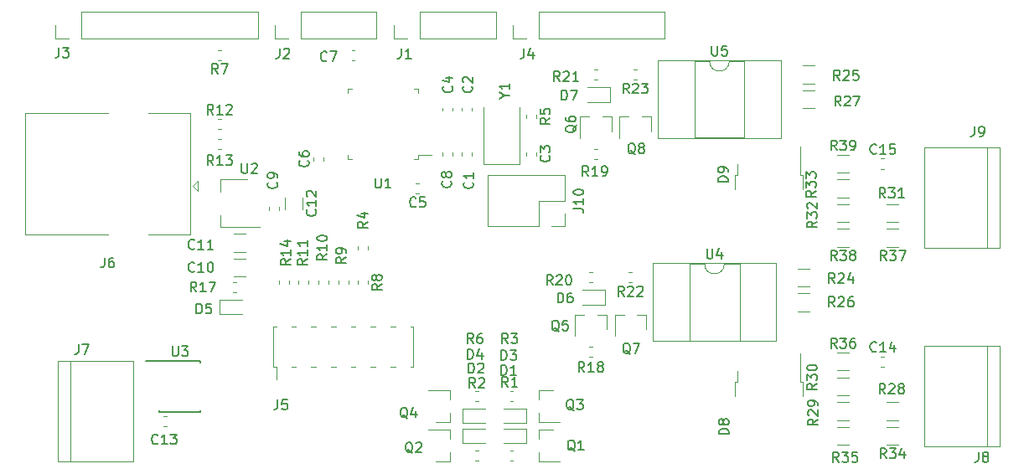
<source format=gbr>
G04 #@! TF.GenerationSoftware,KiCad,Pcbnew,5.1.5+dfsg1-2~bpo10+1*
G04 #@! TF.CreationDate,2020-05-02T00:01:12+02:00*
G04 #@! TF.ProjectId,reflow-controller,7265666c-6f77-42d6-936f-6e74726f6c6c,rev?*
G04 #@! TF.SameCoordinates,Original*
G04 #@! TF.FileFunction,Legend,Top*
G04 #@! TF.FilePolarity,Positive*
%FSLAX46Y46*%
G04 Gerber Fmt 4.6, Leading zero omitted, Abs format (unit mm)*
G04 Created by KiCad (PCBNEW 5.1.5+dfsg1-2~bpo10+1) date 2020-05-02 00:01:12*
%MOMM*%
%LPD*%
G04 APERTURE LIST*
%ADD10C,0.120000*%
%ADD11C,0.150000*%
G04 APERTURE END LIST*
D10*
X153560000Y-116940000D02*
X153140000Y-116940000D01*
X153560000Y-124060000D02*
X153560000Y-123640000D01*
X153560000Y-123640000D02*
X154940000Y-123640000D01*
X146440000Y-124060000D02*
X146860000Y-124060000D01*
X146440000Y-116940000D02*
X146860000Y-116940000D01*
X153560000Y-124060000D02*
X153140000Y-124060000D01*
X153560000Y-116940000D02*
X153560000Y-117360000D01*
X146440000Y-116940000D02*
X146440000Y-117360000D01*
X146440000Y-124060000D02*
X146440000Y-123640000D01*
X168370000Y-129500000D02*
X168370000Y-130830000D01*
X168370000Y-130830000D02*
X167040000Y-130830000D01*
X168370000Y-128230000D02*
X165770000Y-128230000D01*
X165770000Y-128230000D02*
X165770000Y-130830000D01*
X165770000Y-130830000D02*
X160630000Y-130830000D01*
X160630000Y-125630000D02*
X160630000Y-130830000D01*
X168370000Y-125630000D02*
X160630000Y-125630000D01*
X168370000Y-125630000D02*
X168370000Y-128230000D01*
X163800000Y-124550000D02*
X163800000Y-118800000D01*
X160200000Y-124550000D02*
X163800000Y-124550000D01*
X160200000Y-118800000D02*
X160200000Y-124550000D01*
X190235000Y-114070000D02*
X177765000Y-114070000D01*
X190235000Y-121930000D02*
X190235000Y-114070000D01*
X177765000Y-121930000D02*
X190235000Y-121930000D01*
X177765000Y-114070000D02*
X177765000Y-121930000D01*
X186535000Y-114130000D02*
X185000000Y-114130000D01*
X186535000Y-121870000D02*
X186535000Y-114130000D01*
X181465000Y-121870000D02*
X186535000Y-121870000D01*
X181465000Y-114130000D02*
X181465000Y-121870000D01*
X183000000Y-114130000D02*
X181465000Y-114130000D01*
X185000000Y-114130000D02*
G75*
G02X183000000Y-114130000I-1000000J0D01*
G01*
X189735000Y-134570000D02*
X177265000Y-134570000D01*
X189735000Y-142430000D02*
X189735000Y-134570000D01*
X177265000Y-142430000D02*
X189735000Y-142430000D01*
X177265000Y-134570000D02*
X177265000Y-142430000D01*
X186035000Y-134630000D02*
X184500000Y-134630000D01*
X186035000Y-142370000D02*
X186035000Y-134630000D01*
X180965000Y-142370000D02*
X186035000Y-142370000D01*
X180965000Y-134630000D02*
X180965000Y-142370000D01*
X182500000Y-134630000D02*
X180965000Y-134630000D01*
X184500000Y-134630000D02*
G75*
G02X182500000Y-134630000I-1000000J0D01*
G01*
D11*
X127425000Y-144475000D02*
X126025000Y-144475000D01*
X127425000Y-149575000D02*
X131575000Y-149575000D01*
X127425000Y-144425000D02*
X131575000Y-144425000D01*
X127425000Y-149575000D02*
X127425000Y-149430000D01*
X131575000Y-149575000D02*
X131575000Y-149430000D01*
X131575000Y-144425000D02*
X131575000Y-144570000D01*
X127425000Y-144425000D02*
X127425000Y-144475000D01*
D10*
X133553500Y-130900000D02*
X133553500Y-129700000D01*
X137553500Y-130900000D02*
X133553500Y-130900000D01*
X133553500Y-126100000D02*
X136253500Y-126100000D01*
X133553500Y-127300000D02*
X133553500Y-126100000D01*
X195897936Y-125410000D02*
X197102064Y-125410000D01*
X195897936Y-123590000D02*
X197102064Y-123590000D01*
X197102064Y-131090000D02*
X195897936Y-131090000D01*
X197102064Y-132910000D02*
X195897936Y-132910000D01*
X202102064Y-131090000D02*
X200897936Y-131090000D01*
X202102064Y-132910000D02*
X200897936Y-132910000D01*
X195897936Y-145410000D02*
X197102064Y-145410000D01*
X195897936Y-143590000D02*
X197102064Y-143590000D01*
X197102064Y-151090000D02*
X195897936Y-151090000D01*
X197102064Y-152910000D02*
X195897936Y-152910000D01*
X202102064Y-151090000D02*
X200897936Y-151090000D01*
X202102064Y-152910000D02*
X200897936Y-152910000D01*
X195897936Y-127910000D02*
X197102064Y-127910000D01*
X195897936Y-126090000D02*
X197102064Y-126090000D01*
X197102064Y-128590000D02*
X195897936Y-128590000D01*
X197102064Y-130410000D02*
X195897936Y-130410000D01*
X202102064Y-128590000D02*
X200897936Y-128590000D01*
X202102064Y-130410000D02*
X200897936Y-130410000D01*
X195897936Y-147910000D02*
X197102064Y-147910000D01*
X195897936Y-146090000D02*
X197102064Y-146090000D01*
X197102064Y-148590000D02*
X195897936Y-148590000D01*
X197102064Y-150410000D02*
X195897936Y-150410000D01*
X202102064Y-148590000D02*
X200897936Y-148590000D01*
X202102064Y-150410000D02*
X200897936Y-150410000D01*
X192397936Y-118910000D02*
X193602064Y-118910000D01*
X192397936Y-117090000D02*
X193602064Y-117090000D01*
X191897936Y-139410000D02*
X193102064Y-139410000D01*
X191897936Y-137590000D02*
X193102064Y-137590000D01*
X193602064Y-114590000D02*
X192397936Y-114590000D01*
X193602064Y-116410000D02*
X192397936Y-116410000D01*
X193102064Y-135090000D02*
X191897936Y-135090000D01*
X193102064Y-136910000D02*
X191897936Y-136910000D01*
X175662779Y-114990000D02*
X175337221Y-114990000D01*
X175662779Y-116010000D02*
X175337221Y-116010000D01*
X175162779Y-135490000D02*
X174837221Y-135490000D01*
X175162779Y-136510000D02*
X174837221Y-136510000D01*
X171337221Y-116010000D02*
X171662779Y-116010000D01*
X171337221Y-114990000D02*
X171662779Y-114990000D01*
X170837221Y-136510000D02*
X171162779Y-136510000D01*
X170837221Y-135490000D02*
X171162779Y-135490000D01*
X171337221Y-124010000D02*
X171662779Y-124010000D01*
X171337221Y-122990000D02*
X171662779Y-122990000D01*
X170837221Y-144010000D02*
X171162779Y-144010000D01*
X170837221Y-142990000D02*
X171162779Y-142990000D01*
X135162779Y-136490000D02*
X134837221Y-136490000D01*
X135162779Y-137510000D02*
X134837221Y-137510000D01*
X139490000Y-136337221D02*
X139490000Y-136662779D01*
X140510000Y-136337221D02*
X140510000Y-136662779D01*
X133337221Y-123010000D02*
X133662779Y-123010000D01*
X133337221Y-121990000D02*
X133662779Y-121990000D01*
X133337221Y-121010000D02*
X133662779Y-121010000D01*
X133337221Y-119990000D02*
X133662779Y-119990000D01*
X141490000Y-136337221D02*
X141490000Y-136662779D01*
X142510000Y-136337221D02*
X142510000Y-136662779D01*
X143490000Y-136337221D02*
X143490000Y-136662779D01*
X144510000Y-136337221D02*
X144510000Y-136662779D01*
X145490000Y-136337221D02*
X145490000Y-136662779D01*
X146510000Y-136337221D02*
X146510000Y-136662779D01*
X147490000Y-136337221D02*
X147490000Y-136662779D01*
X148510000Y-136337221D02*
X148510000Y-136662779D01*
X133662779Y-112990000D02*
X133337221Y-112990000D01*
X133662779Y-114010000D02*
X133337221Y-114010000D01*
X159662779Y-147490000D02*
X159337221Y-147490000D01*
X159662779Y-148510000D02*
X159337221Y-148510000D01*
X164490000Y-119549721D02*
X164490000Y-119875279D01*
X165510000Y-119549721D02*
X165510000Y-119875279D01*
X148510000Y-133162779D02*
X148510000Y-132837221D01*
X147490000Y-133162779D02*
X147490000Y-132837221D01*
X162837221Y-148510000D02*
X163162779Y-148510000D01*
X162837221Y-147490000D02*
X163162779Y-147490000D01*
X159662779Y-153490000D02*
X159337221Y-153490000D01*
X159662779Y-154510000D02*
X159337221Y-154510000D01*
X162837221Y-154510000D02*
X163162779Y-154510000D01*
X162837221Y-153490000D02*
X163162779Y-153490000D01*
X177080000Y-119740000D02*
X177080000Y-121200000D01*
X173920000Y-119740000D02*
X173920000Y-121900000D01*
X173920000Y-119740000D02*
X174850000Y-119740000D01*
X177080000Y-119740000D02*
X176150000Y-119740000D01*
X176580000Y-139740000D02*
X176580000Y-141200000D01*
X173420000Y-139740000D02*
X173420000Y-141900000D01*
X173420000Y-139740000D02*
X174350000Y-139740000D01*
X176580000Y-139740000D02*
X175650000Y-139740000D01*
X173080000Y-119740000D02*
X173080000Y-121200000D01*
X169920000Y-119740000D02*
X169920000Y-121900000D01*
X169920000Y-119740000D02*
X170850000Y-119740000D01*
X173080000Y-119740000D02*
X172150000Y-119740000D01*
X172580000Y-139740000D02*
X172580000Y-141200000D01*
X169420000Y-139740000D02*
X169420000Y-141900000D01*
X169420000Y-139740000D02*
X170350000Y-139740000D01*
X172580000Y-139740000D02*
X171650000Y-139740000D01*
X156760000Y-150580000D02*
X155300000Y-150580000D01*
X156760000Y-147420000D02*
X154600000Y-147420000D01*
X156760000Y-147420000D02*
X156760000Y-148350000D01*
X156760000Y-150580000D02*
X156760000Y-149650000D01*
X165740000Y-147420000D02*
X167200000Y-147420000D01*
X165740000Y-150580000D02*
X167900000Y-150580000D01*
X165740000Y-150580000D02*
X165740000Y-149650000D01*
X165740000Y-147420000D02*
X165740000Y-148350000D01*
X156760000Y-154580000D02*
X155300000Y-154580000D01*
X156760000Y-151420000D02*
X154600000Y-151420000D01*
X156760000Y-151420000D02*
X156760000Y-152350000D01*
X156760000Y-154580000D02*
X156760000Y-153650000D01*
X165740000Y-151420000D02*
X167200000Y-151420000D01*
X165740000Y-154580000D02*
X167900000Y-154580000D01*
X165740000Y-154580000D02*
X165740000Y-153650000D01*
X165740000Y-151420000D02*
X165740000Y-152350000D01*
X212310000Y-133040000D02*
X212310000Y-122880000D01*
X204690000Y-133040000D02*
X212310000Y-133040000D01*
X204690000Y-122880000D02*
X204690000Y-133040000D01*
X212310000Y-122880000D02*
X204690000Y-122880000D01*
X211040000Y-122880000D02*
X211040000Y-133040000D01*
X212310000Y-153040000D02*
X212310000Y-142880000D01*
X204690000Y-153040000D02*
X212310000Y-153040000D01*
X204690000Y-142880000D02*
X204690000Y-153040000D01*
X212310000Y-142880000D02*
X204690000Y-142880000D01*
X211040000Y-142880000D02*
X211040000Y-153040000D01*
X117190000Y-144460000D02*
X117190000Y-154620000D01*
X124810000Y-144460000D02*
X117190000Y-144460000D01*
X124810000Y-154620000D02*
X124810000Y-144460000D01*
X117190000Y-154620000D02*
X124810000Y-154620000D01*
X118460000Y-154620000D02*
X118460000Y-144460000D01*
X131280000Y-126260000D02*
X130780000Y-126760000D01*
X131280000Y-127260000D02*
X131280000Y-126260000D01*
X130780000Y-126760000D02*
X131280000Y-127260000D01*
X113840000Y-119350000D02*
X122200000Y-119350000D01*
X113840000Y-131670000D02*
X113840000Y-119350000D01*
X122200000Y-131670000D02*
X113840000Y-131670000D01*
X130560000Y-119350000D02*
X126300000Y-119350000D01*
X130560000Y-131670000D02*
X130560000Y-119350000D01*
X126300000Y-131670000D02*
X130560000Y-131670000D01*
X150760000Y-140940000D02*
X151240000Y-140940000D01*
X150760000Y-145060000D02*
X151240000Y-145060000D01*
X148760000Y-140940000D02*
X149240000Y-140940000D01*
X148760000Y-145060000D02*
X149240000Y-145060000D01*
X146760000Y-140940000D02*
X147240000Y-140940000D01*
X146760000Y-145060000D02*
X147240000Y-145060000D01*
X144760000Y-140940000D02*
X145240000Y-140940000D01*
X144760000Y-145060000D02*
X145240000Y-145060000D01*
X142760000Y-140940000D02*
X143240000Y-140940000D01*
X142760000Y-145060000D02*
X143240000Y-145060000D01*
X140760000Y-140940000D02*
X141240000Y-140940000D01*
X140760000Y-145060000D02*
X141240000Y-145060000D01*
X152760000Y-140940000D02*
X153060000Y-140940000D01*
X152760000Y-145060000D02*
X153060000Y-145060000D01*
X138940000Y-140940000D02*
X139240000Y-140940000D01*
X138940000Y-145060000D02*
X139240000Y-145060000D01*
X139240000Y-146315000D02*
X139240000Y-145060000D01*
X153060000Y-145060000D02*
X153060000Y-140940000D01*
X138940000Y-145060000D02*
X138940000Y-140940000D01*
X163130000Y-111830000D02*
X163130000Y-110500000D01*
X164460000Y-111830000D02*
X163130000Y-111830000D01*
X165730000Y-111830000D02*
X165730000Y-109170000D01*
X165730000Y-109170000D02*
X178490000Y-109170000D01*
X165730000Y-111830000D02*
X178490000Y-111830000D01*
X178490000Y-111830000D02*
X178490000Y-109170000D01*
X116930000Y-111830000D02*
X116930000Y-110500000D01*
X118260000Y-111830000D02*
X116930000Y-111830000D01*
X119530000Y-111830000D02*
X119530000Y-109170000D01*
X119530000Y-109170000D02*
X137370000Y-109170000D01*
X119530000Y-111830000D02*
X137370000Y-111830000D01*
X137370000Y-111830000D02*
X137370000Y-109170000D01*
X139090000Y-111830000D02*
X139090000Y-110500000D01*
X140420000Y-111830000D02*
X139090000Y-111830000D01*
X141690000Y-111830000D02*
X141690000Y-109170000D01*
X141690000Y-109170000D02*
X149370000Y-109170000D01*
X141690000Y-111830000D02*
X149370000Y-111830000D01*
X149370000Y-111830000D02*
X149370000Y-109170000D01*
X151130000Y-111830000D02*
X151130000Y-110500000D01*
X152460000Y-111830000D02*
X151130000Y-111830000D01*
X153730000Y-111830000D02*
X153730000Y-109170000D01*
X153730000Y-109170000D02*
X161410000Y-109170000D01*
X153730000Y-111830000D02*
X161410000Y-111830000D01*
X161410000Y-111830000D02*
X161410000Y-109170000D01*
X185795000Y-125605000D02*
X185795000Y-124505000D01*
X185525000Y-125605000D02*
X185795000Y-125605000D01*
X185525000Y-127105000D02*
X185525000Y-125605000D01*
X192155000Y-125605000D02*
X192155000Y-122775000D01*
X192425000Y-125605000D02*
X192155000Y-125605000D01*
X192425000Y-127105000D02*
X192425000Y-125605000D01*
X185820000Y-146530000D02*
X185820000Y-145430000D01*
X185550000Y-146530000D02*
X185820000Y-146530000D01*
X185550000Y-148030000D02*
X185550000Y-146530000D01*
X192180000Y-146530000D02*
X192180000Y-143700000D01*
X192450000Y-146530000D02*
X192180000Y-146530000D01*
X192450000Y-148030000D02*
X192450000Y-146530000D01*
X172985000Y-116765000D02*
X170700000Y-116765000D01*
X172985000Y-118235000D02*
X172985000Y-116765000D01*
X170700000Y-118235000D02*
X172985000Y-118235000D01*
X172485000Y-137265000D02*
X170200000Y-137265000D01*
X172485000Y-138735000D02*
X172485000Y-137265000D01*
X170200000Y-138735000D02*
X172485000Y-138735000D01*
X133515000Y-139735000D02*
X135800000Y-139735000D01*
X133515000Y-138265000D02*
X133515000Y-139735000D01*
X135800000Y-138265000D02*
X133515000Y-138265000D01*
X158015000Y-150735000D02*
X160300000Y-150735000D01*
X158015000Y-149265000D02*
X158015000Y-150735000D01*
X160300000Y-149265000D02*
X158015000Y-149265000D01*
X164485000Y-149265000D02*
X162200000Y-149265000D01*
X164485000Y-150735000D02*
X164485000Y-149265000D01*
X162200000Y-150735000D02*
X164485000Y-150735000D01*
X158015000Y-152735000D02*
X160300000Y-152735000D01*
X158015000Y-151265000D02*
X158015000Y-152735000D01*
X160300000Y-151265000D02*
X158015000Y-151265000D01*
X164485000Y-151265000D02*
X162200000Y-151265000D01*
X164485000Y-152735000D02*
X164485000Y-151265000D01*
X162200000Y-152735000D02*
X164485000Y-152735000D01*
X200337221Y-125010000D02*
X200662779Y-125010000D01*
X200337221Y-123990000D02*
X200662779Y-123990000D01*
X200337221Y-145010000D02*
X200662779Y-145010000D01*
X200337221Y-143990000D02*
X200662779Y-143990000D01*
X127837221Y-151010000D02*
X128162779Y-151010000D01*
X127837221Y-149990000D02*
X128162779Y-149990000D01*
X140090000Y-127897936D02*
X140090000Y-129102064D01*
X141910000Y-127897936D02*
X141910000Y-129102064D01*
X134897936Y-133410000D02*
X136102064Y-133410000D01*
X134897936Y-131590000D02*
X136102064Y-131590000D01*
X134897936Y-135910000D02*
X136102064Y-135910000D01*
X134897936Y-134090000D02*
X136102064Y-134090000D01*
X138490000Y-128837221D02*
X138490000Y-129162779D01*
X139510000Y-128837221D02*
X139510000Y-129162779D01*
X155990000Y-123337221D02*
X155990000Y-123662779D01*
X157010000Y-123337221D02*
X157010000Y-123662779D01*
X146837221Y-114010000D02*
X147162779Y-114010000D01*
X146837221Y-112990000D02*
X147162779Y-112990000D01*
X144010000Y-124162779D02*
X144010000Y-123837221D01*
X142990000Y-124162779D02*
X142990000Y-123837221D01*
X153662779Y-126490000D02*
X153337221Y-126490000D01*
X153662779Y-127510000D02*
X153337221Y-127510000D01*
X155990000Y-118837221D02*
X155990000Y-119162779D01*
X157010000Y-118837221D02*
X157010000Y-119162779D01*
X164490000Y-123337221D02*
X164490000Y-123662779D01*
X165510000Y-123337221D02*
X165510000Y-123662779D01*
X159010000Y-119162779D02*
X159010000Y-118837221D01*
X157990000Y-119162779D02*
X157990000Y-118837221D01*
X157990000Y-123337221D02*
X157990000Y-123662779D01*
X159010000Y-123337221D02*
X159010000Y-123662779D01*
D11*
X149238095Y-125952380D02*
X149238095Y-126761904D01*
X149285714Y-126857142D01*
X149333333Y-126904761D01*
X149428571Y-126952380D01*
X149619047Y-126952380D01*
X149714285Y-126904761D01*
X149761904Y-126857142D01*
X149809523Y-126761904D01*
X149809523Y-125952380D01*
X150809523Y-126952380D02*
X150238095Y-126952380D01*
X150523809Y-126952380D02*
X150523809Y-125952380D01*
X150428571Y-126095238D01*
X150333333Y-126190476D01*
X150238095Y-126238095D01*
X169262380Y-129039523D02*
X169976666Y-129039523D01*
X170119523Y-129087142D01*
X170214761Y-129182380D01*
X170262380Y-129325238D01*
X170262380Y-129420476D01*
X170262380Y-128039523D02*
X170262380Y-128610952D01*
X170262380Y-128325238D02*
X169262380Y-128325238D01*
X169405238Y-128420476D01*
X169500476Y-128515714D01*
X169548095Y-128610952D01*
X169262380Y-127420476D02*
X169262380Y-127325238D01*
X169310000Y-127230000D01*
X169357619Y-127182380D01*
X169452857Y-127134761D01*
X169643333Y-127087142D01*
X169881428Y-127087142D01*
X170071904Y-127134761D01*
X170167142Y-127182380D01*
X170214761Y-127230000D01*
X170262380Y-127325238D01*
X170262380Y-127420476D01*
X170214761Y-127515714D01*
X170167142Y-127563333D01*
X170071904Y-127610952D01*
X169881428Y-127658571D01*
X169643333Y-127658571D01*
X169452857Y-127610952D01*
X169357619Y-127563333D01*
X169310000Y-127515714D01*
X169262380Y-127420476D01*
X162276190Y-117576190D02*
X162752380Y-117576190D01*
X161752380Y-117909523D02*
X162276190Y-117576190D01*
X161752380Y-117242857D01*
X162752380Y-116385714D02*
X162752380Y-116957142D01*
X162752380Y-116671428D02*
X161752380Y-116671428D01*
X161895238Y-116766666D01*
X161990476Y-116861904D01*
X162038095Y-116957142D01*
X183238095Y-112582380D02*
X183238095Y-113391904D01*
X183285714Y-113487142D01*
X183333333Y-113534761D01*
X183428571Y-113582380D01*
X183619047Y-113582380D01*
X183714285Y-113534761D01*
X183761904Y-113487142D01*
X183809523Y-113391904D01*
X183809523Y-112582380D01*
X184761904Y-112582380D02*
X184285714Y-112582380D01*
X184238095Y-113058571D01*
X184285714Y-113010952D01*
X184380952Y-112963333D01*
X184619047Y-112963333D01*
X184714285Y-113010952D01*
X184761904Y-113058571D01*
X184809523Y-113153809D01*
X184809523Y-113391904D01*
X184761904Y-113487142D01*
X184714285Y-113534761D01*
X184619047Y-113582380D01*
X184380952Y-113582380D01*
X184285714Y-113534761D01*
X184238095Y-113487142D01*
X182738095Y-133082380D02*
X182738095Y-133891904D01*
X182785714Y-133987142D01*
X182833333Y-134034761D01*
X182928571Y-134082380D01*
X183119047Y-134082380D01*
X183214285Y-134034761D01*
X183261904Y-133987142D01*
X183309523Y-133891904D01*
X183309523Y-133082380D01*
X184214285Y-133415714D02*
X184214285Y-134082380D01*
X183976190Y-133034761D02*
X183738095Y-133749047D01*
X184357142Y-133749047D01*
X128738095Y-142952380D02*
X128738095Y-143761904D01*
X128785714Y-143857142D01*
X128833333Y-143904761D01*
X128928571Y-143952380D01*
X129119047Y-143952380D01*
X129214285Y-143904761D01*
X129261904Y-143857142D01*
X129309523Y-143761904D01*
X129309523Y-142952380D01*
X129690476Y-142952380D02*
X130309523Y-142952380D01*
X129976190Y-143333333D01*
X130119047Y-143333333D01*
X130214285Y-143380952D01*
X130261904Y-143428571D01*
X130309523Y-143523809D01*
X130309523Y-143761904D01*
X130261904Y-143857142D01*
X130214285Y-143904761D01*
X130119047Y-143952380D01*
X129833333Y-143952380D01*
X129738095Y-143904761D01*
X129690476Y-143857142D01*
X135738095Y-124452380D02*
X135738095Y-125261904D01*
X135785714Y-125357142D01*
X135833333Y-125404761D01*
X135928571Y-125452380D01*
X136119047Y-125452380D01*
X136214285Y-125404761D01*
X136261904Y-125357142D01*
X136309523Y-125261904D01*
X136309523Y-124452380D01*
X136738095Y-124547619D02*
X136785714Y-124500000D01*
X136880952Y-124452380D01*
X137119047Y-124452380D01*
X137214285Y-124500000D01*
X137261904Y-124547619D01*
X137309523Y-124642857D01*
X137309523Y-124738095D01*
X137261904Y-124880952D01*
X136690476Y-125452380D01*
X137309523Y-125452380D01*
X195857142Y-123132380D02*
X195523809Y-122656190D01*
X195285714Y-123132380D02*
X195285714Y-122132380D01*
X195666666Y-122132380D01*
X195761904Y-122180000D01*
X195809523Y-122227619D01*
X195857142Y-122322857D01*
X195857142Y-122465714D01*
X195809523Y-122560952D01*
X195761904Y-122608571D01*
X195666666Y-122656190D01*
X195285714Y-122656190D01*
X196190476Y-122132380D02*
X196809523Y-122132380D01*
X196476190Y-122513333D01*
X196619047Y-122513333D01*
X196714285Y-122560952D01*
X196761904Y-122608571D01*
X196809523Y-122703809D01*
X196809523Y-122941904D01*
X196761904Y-123037142D01*
X196714285Y-123084761D01*
X196619047Y-123132380D01*
X196333333Y-123132380D01*
X196238095Y-123084761D01*
X196190476Y-123037142D01*
X197285714Y-123132380D02*
X197476190Y-123132380D01*
X197571428Y-123084761D01*
X197619047Y-123037142D01*
X197714285Y-122894285D01*
X197761904Y-122703809D01*
X197761904Y-122322857D01*
X197714285Y-122227619D01*
X197666666Y-122180000D01*
X197571428Y-122132380D01*
X197380952Y-122132380D01*
X197285714Y-122180000D01*
X197238095Y-122227619D01*
X197190476Y-122322857D01*
X197190476Y-122560952D01*
X197238095Y-122656190D01*
X197285714Y-122703809D01*
X197380952Y-122751428D01*
X197571428Y-122751428D01*
X197666666Y-122703809D01*
X197714285Y-122656190D01*
X197761904Y-122560952D01*
X195857142Y-134272380D02*
X195523809Y-133796190D01*
X195285714Y-134272380D02*
X195285714Y-133272380D01*
X195666666Y-133272380D01*
X195761904Y-133320000D01*
X195809523Y-133367619D01*
X195857142Y-133462857D01*
X195857142Y-133605714D01*
X195809523Y-133700952D01*
X195761904Y-133748571D01*
X195666666Y-133796190D01*
X195285714Y-133796190D01*
X196190476Y-133272380D02*
X196809523Y-133272380D01*
X196476190Y-133653333D01*
X196619047Y-133653333D01*
X196714285Y-133700952D01*
X196761904Y-133748571D01*
X196809523Y-133843809D01*
X196809523Y-134081904D01*
X196761904Y-134177142D01*
X196714285Y-134224761D01*
X196619047Y-134272380D01*
X196333333Y-134272380D01*
X196238095Y-134224761D01*
X196190476Y-134177142D01*
X197380952Y-133700952D02*
X197285714Y-133653333D01*
X197238095Y-133605714D01*
X197190476Y-133510476D01*
X197190476Y-133462857D01*
X197238095Y-133367619D01*
X197285714Y-133320000D01*
X197380952Y-133272380D01*
X197571428Y-133272380D01*
X197666666Y-133320000D01*
X197714285Y-133367619D01*
X197761904Y-133462857D01*
X197761904Y-133510476D01*
X197714285Y-133605714D01*
X197666666Y-133653333D01*
X197571428Y-133700952D01*
X197380952Y-133700952D01*
X197285714Y-133748571D01*
X197238095Y-133796190D01*
X197190476Y-133891428D01*
X197190476Y-134081904D01*
X197238095Y-134177142D01*
X197285714Y-134224761D01*
X197380952Y-134272380D01*
X197571428Y-134272380D01*
X197666666Y-134224761D01*
X197714285Y-134177142D01*
X197761904Y-134081904D01*
X197761904Y-133891428D01*
X197714285Y-133796190D01*
X197666666Y-133748571D01*
X197571428Y-133700952D01*
X200857142Y-134272380D02*
X200523809Y-133796190D01*
X200285714Y-134272380D02*
X200285714Y-133272380D01*
X200666666Y-133272380D01*
X200761904Y-133320000D01*
X200809523Y-133367619D01*
X200857142Y-133462857D01*
X200857142Y-133605714D01*
X200809523Y-133700952D01*
X200761904Y-133748571D01*
X200666666Y-133796190D01*
X200285714Y-133796190D01*
X201190476Y-133272380D02*
X201809523Y-133272380D01*
X201476190Y-133653333D01*
X201619047Y-133653333D01*
X201714285Y-133700952D01*
X201761904Y-133748571D01*
X201809523Y-133843809D01*
X201809523Y-134081904D01*
X201761904Y-134177142D01*
X201714285Y-134224761D01*
X201619047Y-134272380D01*
X201333333Y-134272380D01*
X201238095Y-134224761D01*
X201190476Y-134177142D01*
X202142857Y-133272380D02*
X202809523Y-133272380D01*
X202380952Y-134272380D01*
X195857142Y-143132380D02*
X195523809Y-142656190D01*
X195285714Y-143132380D02*
X195285714Y-142132380D01*
X195666666Y-142132380D01*
X195761904Y-142180000D01*
X195809523Y-142227619D01*
X195857142Y-142322857D01*
X195857142Y-142465714D01*
X195809523Y-142560952D01*
X195761904Y-142608571D01*
X195666666Y-142656190D01*
X195285714Y-142656190D01*
X196190476Y-142132380D02*
X196809523Y-142132380D01*
X196476190Y-142513333D01*
X196619047Y-142513333D01*
X196714285Y-142560952D01*
X196761904Y-142608571D01*
X196809523Y-142703809D01*
X196809523Y-142941904D01*
X196761904Y-143037142D01*
X196714285Y-143084761D01*
X196619047Y-143132380D01*
X196333333Y-143132380D01*
X196238095Y-143084761D01*
X196190476Y-143037142D01*
X197666666Y-142132380D02*
X197476190Y-142132380D01*
X197380952Y-142180000D01*
X197333333Y-142227619D01*
X197238095Y-142370476D01*
X197190476Y-142560952D01*
X197190476Y-142941904D01*
X197238095Y-143037142D01*
X197285714Y-143084761D01*
X197380952Y-143132380D01*
X197571428Y-143132380D01*
X197666666Y-143084761D01*
X197714285Y-143037142D01*
X197761904Y-142941904D01*
X197761904Y-142703809D01*
X197714285Y-142608571D01*
X197666666Y-142560952D01*
X197571428Y-142513333D01*
X197380952Y-142513333D01*
X197285714Y-142560952D01*
X197238095Y-142608571D01*
X197190476Y-142703809D01*
X196057142Y-154652380D02*
X195723809Y-154176190D01*
X195485714Y-154652380D02*
X195485714Y-153652380D01*
X195866666Y-153652380D01*
X195961904Y-153700000D01*
X196009523Y-153747619D01*
X196057142Y-153842857D01*
X196057142Y-153985714D01*
X196009523Y-154080952D01*
X195961904Y-154128571D01*
X195866666Y-154176190D01*
X195485714Y-154176190D01*
X196390476Y-153652380D02*
X197009523Y-153652380D01*
X196676190Y-154033333D01*
X196819047Y-154033333D01*
X196914285Y-154080952D01*
X196961904Y-154128571D01*
X197009523Y-154223809D01*
X197009523Y-154461904D01*
X196961904Y-154557142D01*
X196914285Y-154604761D01*
X196819047Y-154652380D01*
X196533333Y-154652380D01*
X196438095Y-154604761D01*
X196390476Y-154557142D01*
X197914285Y-153652380D02*
X197438095Y-153652380D01*
X197390476Y-154128571D01*
X197438095Y-154080952D01*
X197533333Y-154033333D01*
X197771428Y-154033333D01*
X197866666Y-154080952D01*
X197914285Y-154128571D01*
X197961904Y-154223809D01*
X197961904Y-154461904D01*
X197914285Y-154557142D01*
X197866666Y-154604761D01*
X197771428Y-154652380D01*
X197533333Y-154652380D01*
X197438095Y-154604761D01*
X197390476Y-154557142D01*
X200857142Y-154272380D02*
X200523809Y-153796190D01*
X200285714Y-154272380D02*
X200285714Y-153272380D01*
X200666666Y-153272380D01*
X200761904Y-153320000D01*
X200809523Y-153367619D01*
X200857142Y-153462857D01*
X200857142Y-153605714D01*
X200809523Y-153700952D01*
X200761904Y-153748571D01*
X200666666Y-153796190D01*
X200285714Y-153796190D01*
X201190476Y-153272380D02*
X201809523Y-153272380D01*
X201476190Y-153653333D01*
X201619047Y-153653333D01*
X201714285Y-153700952D01*
X201761904Y-153748571D01*
X201809523Y-153843809D01*
X201809523Y-154081904D01*
X201761904Y-154177142D01*
X201714285Y-154224761D01*
X201619047Y-154272380D01*
X201333333Y-154272380D01*
X201238095Y-154224761D01*
X201190476Y-154177142D01*
X202666666Y-153605714D02*
X202666666Y-154272380D01*
X202428571Y-153224761D02*
X202190476Y-153939047D01*
X202809523Y-153939047D01*
X193752380Y-127242857D02*
X193276190Y-127576190D01*
X193752380Y-127814285D02*
X192752380Y-127814285D01*
X192752380Y-127433333D01*
X192800000Y-127338095D01*
X192847619Y-127290476D01*
X192942857Y-127242857D01*
X193085714Y-127242857D01*
X193180952Y-127290476D01*
X193228571Y-127338095D01*
X193276190Y-127433333D01*
X193276190Y-127814285D01*
X192752380Y-126909523D02*
X192752380Y-126290476D01*
X193133333Y-126623809D01*
X193133333Y-126480952D01*
X193180952Y-126385714D01*
X193228571Y-126338095D01*
X193323809Y-126290476D01*
X193561904Y-126290476D01*
X193657142Y-126338095D01*
X193704761Y-126385714D01*
X193752380Y-126480952D01*
X193752380Y-126766666D01*
X193704761Y-126861904D01*
X193657142Y-126909523D01*
X192752380Y-125957142D02*
X192752380Y-125338095D01*
X193133333Y-125671428D01*
X193133333Y-125528571D01*
X193180952Y-125433333D01*
X193228571Y-125385714D01*
X193323809Y-125338095D01*
X193561904Y-125338095D01*
X193657142Y-125385714D01*
X193704761Y-125433333D01*
X193752380Y-125528571D01*
X193752380Y-125814285D01*
X193704761Y-125909523D01*
X193657142Y-125957142D01*
X193852380Y-130342857D02*
X193376190Y-130676190D01*
X193852380Y-130914285D02*
X192852380Y-130914285D01*
X192852380Y-130533333D01*
X192900000Y-130438095D01*
X192947619Y-130390476D01*
X193042857Y-130342857D01*
X193185714Y-130342857D01*
X193280952Y-130390476D01*
X193328571Y-130438095D01*
X193376190Y-130533333D01*
X193376190Y-130914285D01*
X192852380Y-130009523D02*
X192852380Y-129390476D01*
X193233333Y-129723809D01*
X193233333Y-129580952D01*
X193280952Y-129485714D01*
X193328571Y-129438095D01*
X193423809Y-129390476D01*
X193661904Y-129390476D01*
X193757142Y-129438095D01*
X193804761Y-129485714D01*
X193852380Y-129580952D01*
X193852380Y-129866666D01*
X193804761Y-129961904D01*
X193757142Y-130009523D01*
X192947619Y-129009523D02*
X192900000Y-128961904D01*
X192852380Y-128866666D01*
X192852380Y-128628571D01*
X192900000Y-128533333D01*
X192947619Y-128485714D01*
X193042857Y-128438095D01*
X193138095Y-128438095D01*
X193280952Y-128485714D01*
X193852380Y-129057142D01*
X193852380Y-128438095D01*
X200757142Y-127952380D02*
X200423809Y-127476190D01*
X200185714Y-127952380D02*
X200185714Y-126952380D01*
X200566666Y-126952380D01*
X200661904Y-127000000D01*
X200709523Y-127047619D01*
X200757142Y-127142857D01*
X200757142Y-127285714D01*
X200709523Y-127380952D01*
X200661904Y-127428571D01*
X200566666Y-127476190D01*
X200185714Y-127476190D01*
X201090476Y-126952380D02*
X201709523Y-126952380D01*
X201376190Y-127333333D01*
X201519047Y-127333333D01*
X201614285Y-127380952D01*
X201661904Y-127428571D01*
X201709523Y-127523809D01*
X201709523Y-127761904D01*
X201661904Y-127857142D01*
X201614285Y-127904761D01*
X201519047Y-127952380D01*
X201233333Y-127952380D01*
X201138095Y-127904761D01*
X201090476Y-127857142D01*
X202661904Y-127952380D02*
X202090476Y-127952380D01*
X202376190Y-127952380D02*
X202376190Y-126952380D01*
X202280952Y-127095238D01*
X202185714Y-127190476D01*
X202090476Y-127238095D01*
X193852380Y-146742857D02*
X193376190Y-147076190D01*
X193852380Y-147314285D02*
X192852380Y-147314285D01*
X192852380Y-146933333D01*
X192900000Y-146838095D01*
X192947619Y-146790476D01*
X193042857Y-146742857D01*
X193185714Y-146742857D01*
X193280952Y-146790476D01*
X193328571Y-146838095D01*
X193376190Y-146933333D01*
X193376190Y-147314285D01*
X192852380Y-146409523D02*
X192852380Y-145790476D01*
X193233333Y-146123809D01*
X193233333Y-145980952D01*
X193280952Y-145885714D01*
X193328571Y-145838095D01*
X193423809Y-145790476D01*
X193661904Y-145790476D01*
X193757142Y-145838095D01*
X193804761Y-145885714D01*
X193852380Y-145980952D01*
X193852380Y-146266666D01*
X193804761Y-146361904D01*
X193757142Y-146409523D01*
X192852380Y-145171428D02*
X192852380Y-145076190D01*
X192900000Y-144980952D01*
X192947619Y-144933333D01*
X193042857Y-144885714D01*
X193233333Y-144838095D01*
X193471428Y-144838095D01*
X193661904Y-144885714D01*
X193757142Y-144933333D01*
X193804761Y-144980952D01*
X193852380Y-145076190D01*
X193852380Y-145171428D01*
X193804761Y-145266666D01*
X193757142Y-145314285D01*
X193661904Y-145361904D01*
X193471428Y-145409523D01*
X193233333Y-145409523D01*
X193042857Y-145361904D01*
X192947619Y-145314285D01*
X192900000Y-145266666D01*
X192852380Y-145171428D01*
X193952380Y-150342857D02*
X193476190Y-150676190D01*
X193952380Y-150914285D02*
X192952380Y-150914285D01*
X192952380Y-150533333D01*
X193000000Y-150438095D01*
X193047619Y-150390476D01*
X193142857Y-150342857D01*
X193285714Y-150342857D01*
X193380952Y-150390476D01*
X193428571Y-150438095D01*
X193476190Y-150533333D01*
X193476190Y-150914285D01*
X193047619Y-149961904D02*
X193000000Y-149914285D01*
X192952380Y-149819047D01*
X192952380Y-149580952D01*
X193000000Y-149485714D01*
X193047619Y-149438095D01*
X193142857Y-149390476D01*
X193238095Y-149390476D01*
X193380952Y-149438095D01*
X193952380Y-150009523D01*
X193952380Y-149390476D01*
X193952380Y-148914285D02*
X193952380Y-148723809D01*
X193904761Y-148628571D01*
X193857142Y-148580952D01*
X193714285Y-148485714D01*
X193523809Y-148438095D01*
X193142857Y-148438095D01*
X193047619Y-148485714D01*
X193000000Y-148533333D01*
X192952380Y-148628571D01*
X192952380Y-148819047D01*
X193000000Y-148914285D01*
X193047619Y-148961904D01*
X193142857Y-149009523D01*
X193380952Y-149009523D01*
X193476190Y-148961904D01*
X193523809Y-148914285D01*
X193571428Y-148819047D01*
X193571428Y-148628571D01*
X193523809Y-148533333D01*
X193476190Y-148485714D01*
X193380952Y-148438095D01*
X200757142Y-147752380D02*
X200423809Y-147276190D01*
X200185714Y-147752380D02*
X200185714Y-146752380D01*
X200566666Y-146752380D01*
X200661904Y-146800000D01*
X200709523Y-146847619D01*
X200757142Y-146942857D01*
X200757142Y-147085714D01*
X200709523Y-147180952D01*
X200661904Y-147228571D01*
X200566666Y-147276190D01*
X200185714Y-147276190D01*
X201138095Y-146847619D02*
X201185714Y-146800000D01*
X201280952Y-146752380D01*
X201519047Y-146752380D01*
X201614285Y-146800000D01*
X201661904Y-146847619D01*
X201709523Y-146942857D01*
X201709523Y-147038095D01*
X201661904Y-147180952D01*
X201090476Y-147752380D01*
X201709523Y-147752380D01*
X202280952Y-147180952D02*
X202185714Y-147133333D01*
X202138095Y-147085714D01*
X202090476Y-146990476D01*
X202090476Y-146942857D01*
X202138095Y-146847619D01*
X202185714Y-146800000D01*
X202280952Y-146752380D01*
X202471428Y-146752380D01*
X202566666Y-146800000D01*
X202614285Y-146847619D01*
X202661904Y-146942857D01*
X202661904Y-146990476D01*
X202614285Y-147085714D01*
X202566666Y-147133333D01*
X202471428Y-147180952D01*
X202280952Y-147180952D01*
X202185714Y-147228571D01*
X202138095Y-147276190D01*
X202090476Y-147371428D01*
X202090476Y-147561904D01*
X202138095Y-147657142D01*
X202185714Y-147704761D01*
X202280952Y-147752380D01*
X202471428Y-147752380D01*
X202566666Y-147704761D01*
X202614285Y-147657142D01*
X202661904Y-147561904D01*
X202661904Y-147371428D01*
X202614285Y-147276190D01*
X202566666Y-147228571D01*
X202471428Y-147180952D01*
X196257142Y-118652380D02*
X195923809Y-118176190D01*
X195685714Y-118652380D02*
X195685714Y-117652380D01*
X196066666Y-117652380D01*
X196161904Y-117700000D01*
X196209523Y-117747619D01*
X196257142Y-117842857D01*
X196257142Y-117985714D01*
X196209523Y-118080952D01*
X196161904Y-118128571D01*
X196066666Y-118176190D01*
X195685714Y-118176190D01*
X196638095Y-117747619D02*
X196685714Y-117700000D01*
X196780952Y-117652380D01*
X197019047Y-117652380D01*
X197114285Y-117700000D01*
X197161904Y-117747619D01*
X197209523Y-117842857D01*
X197209523Y-117938095D01*
X197161904Y-118080952D01*
X196590476Y-118652380D01*
X197209523Y-118652380D01*
X197542857Y-117652380D02*
X198209523Y-117652380D01*
X197780952Y-118652380D01*
X195657142Y-138952380D02*
X195323809Y-138476190D01*
X195085714Y-138952380D02*
X195085714Y-137952380D01*
X195466666Y-137952380D01*
X195561904Y-138000000D01*
X195609523Y-138047619D01*
X195657142Y-138142857D01*
X195657142Y-138285714D01*
X195609523Y-138380952D01*
X195561904Y-138428571D01*
X195466666Y-138476190D01*
X195085714Y-138476190D01*
X196038095Y-138047619D02*
X196085714Y-138000000D01*
X196180952Y-137952380D01*
X196419047Y-137952380D01*
X196514285Y-138000000D01*
X196561904Y-138047619D01*
X196609523Y-138142857D01*
X196609523Y-138238095D01*
X196561904Y-138380952D01*
X195990476Y-138952380D01*
X196609523Y-138952380D01*
X197466666Y-137952380D02*
X197276190Y-137952380D01*
X197180952Y-138000000D01*
X197133333Y-138047619D01*
X197038095Y-138190476D01*
X196990476Y-138380952D01*
X196990476Y-138761904D01*
X197038095Y-138857142D01*
X197085714Y-138904761D01*
X197180952Y-138952380D01*
X197371428Y-138952380D01*
X197466666Y-138904761D01*
X197514285Y-138857142D01*
X197561904Y-138761904D01*
X197561904Y-138523809D01*
X197514285Y-138428571D01*
X197466666Y-138380952D01*
X197371428Y-138333333D01*
X197180952Y-138333333D01*
X197085714Y-138380952D01*
X197038095Y-138428571D01*
X196990476Y-138523809D01*
X196157142Y-116052380D02*
X195823809Y-115576190D01*
X195585714Y-116052380D02*
X195585714Y-115052380D01*
X195966666Y-115052380D01*
X196061904Y-115100000D01*
X196109523Y-115147619D01*
X196157142Y-115242857D01*
X196157142Y-115385714D01*
X196109523Y-115480952D01*
X196061904Y-115528571D01*
X195966666Y-115576190D01*
X195585714Y-115576190D01*
X196538095Y-115147619D02*
X196585714Y-115100000D01*
X196680952Y-115052380D01*
X196919047Y-115052380D01*
X197014285Y-115100000D01*
X197061904Y-115147619D01*
X197109523Y-115242857D01*
X197109523Y-115338095D01*
X197061904Y-115480952D01*
X196490476Y-116052380D01*
X197109523Y-116052380D01*
X198014285Y-115052380D02*
X197538095Y-115052380D01*
X197490476Y-115528571D01*
X197538095Y-115480952D01*
X197633333Y-115433333D01*
X197871428Y-115433333D01*
X197966666Y-115480952D01*
X198014285Y-115528571D01*
X198061904Y-115623809D01*
X198061904Y-115861904D01*
X198014285Y-115957142D01*
X197966666Y-116004761D01*
X197871428Y-116052380D01*
X197633333Y-116052380D01*
X197538095Y-116004761D01*
X197490476Y-115957142D01*
X195657142Y-136552380D02*
X195323809Y-136076190D01*
X195085714Y-136552380D02*
X195085714Y-135552380D01*
X195466666Y-135552380D01*
X195561904Y-135600000D01*
X195609523Y-135647619D01*
X195657142Y-135742857D01*
X195657142Y-135885714D01*
X195609523Y-135980952D01*
X195561904Y-136028571D01*
X195466666Y-136076190D01*
X195085714Y-136076190D01*
X196038095Y-135647619D02*
X196085714Y-135600000D01*
X196180952Y-135552380D01*
X196419047Y-135552380D01*
X196514285Y-135600000D01*
X196561904Y-135647619D01*
X196609523Y-135742857D01*
X196609523Y-135838095D01*
X196561904Y-135980952D01*
X195990476Y-136552380D01*
X196609523Y-136552380D01*
X197466666Y-135885714D02*
X197466666Y-136552380D01*
X197228571Y-135504761D02*
X196990476Y-136219047D01*
X197609523Y-136219047D01*
X174857142Y-117382380D02*
X174523809Y-116906190D01*
X174285714Y-117382380D02*
X174285714Y-116382380D01*
X174666666Y-116382380D01*
X174761904Y-116430000D01*
X174809523Y-116477619D01*
X174857142Y-116572857D01*
X174857142Y-116715714D01*
X174809523Y-116810952D01*
X174761904Y-116858571D01*
X174666666Y-116906190D01*
X174285714Y-116906190D01*
X175238095Y-116477619D02*
X175285714Y-116430000D01*
X175380952Y-116382380D01*
X175619047Y-116382380D01*
X175714285Y-116430000D01*
X175761904Y-116477619D01*
X175809523Y-116572857D01*
X175809523Y-116668095D01*
X175761904Y-116810952D01*
X175190476Y-117382380D01*
X175809523Y-117382380D01*
X176142857Y-116382380D02*
X176761904Y-116382380D01*
X176428571Y-116763333D01*
X176571428Y-116763333D01*
X176666666Y-116810952D01*
X176714285Y-116858571D01*
X176761904Y-116953809D01*
X176761904Y-117191904D01*
X176714285Y-117287142D01*
X176666666Y-117334761D01*
X176571428Y-117382380D01*
X176285714Y-117382380D01*
X176190476Y-117334761D01*
X176142857Y-117287142D01*
X174357142Y-137882380D02*
X174023809Y-137406190D01*
X173785714Y-137882380D02*
X173785714Y-136882380D01*
X174166666Y-136882380D01*
X174261904Y-136930000D01*
X174309523Y-136977619D01*
X174357142Y-137072857D01*
X174357142Y-137215714D01*
X174309523Y-137310952D01*
X174261904Y-137358571D01*
X174166666Y-137406190D01*
X173785714Y-137406190D01*
X174738095Y-136977619D02*
X174785714Y-136930000D01*
X174880952Y-136882380D01*
X175119047Y-136882380D01*
X175214285Y-136930000D01*
X175261904Y-136977619D01*
X175309523Y-137072857D01*
X175309523Y-137168095D01*
X175261904Y-137310952D01*
X174690476Y-137882380D01*
X175309523Y-137882380D01*
X175690476Y-136977619D02*
X175738095Y-136930000D01*
X175833333Y-136882380D01*
X176071428Y-136882380D01*
X176166666Y-136930000D01*
X176214285Y-136977619D01*
X176261904Y-137072857D01*
X176261904Y-137168095D01*
X176214285Y-137310952D01*
X175642857Y-137882380D01*
X176261904Y-137882380D01*
X167857142Y-116152380D02*
X167523809Y-115676190D01*
X167285714Y-116152380D02*
X167285714Y-115152380D01*
X167666666Y-115152380D01*
X167761904Y-115200000D01*
X167809523Y-115247619D01*
X167857142Y-115342857D01*
X167857142Y-115485714D01*
X167809523Y-115580952D01*
X167761904Y-115628571D01*
X167666666Y-115676190D01*
X167285714Y-115676190D01*
X168238095Y-115247619D02*
X168285714Y-115200000D01*
X168380952Y-115152380D01*
X168619047Y-115152380D01*
X168714285Y-115200000D01*
X168761904Y-115247619D01*
X168809523Y-115342857D01*
X168809523Y-115438095D01*
X168761904Y-115580952D01*
X168190476Y-116152380D01*
X168809523Y-116152380D01*
X169761904Y-116152380D02*
X169190476Y-116152380D01*
X169476190Y-116152380D02*
X169476190Y-115152380D01*
X169380952Y-115295238D01*
X169285714Y-115390476D01*
X169190476Y-115438095D01*
X167157142Y-136752380D02*
X166823809Y-136276190D01*
X166585714Y-136752380D02*
X166585714Y-135752380D01*
X166966666Y-135752380D01*
X167061904Y-135800000D01*
X167109523Y-135847619D01*
X167157142Y-135942857D01*
X167157142Y-136085714D01*
X167109523Y-136180952D01*
X167061904Y-136228571D01*
X166966666Y-136276190D01*
X166585714Y-136276190D01*
X167538095Y-135847619D02*
X167585714Y-135800000D01*
X167680952Y-135752380D01*
X167919047Y-135752380D01*
X168014285Y-135800000D01*
X168061904Y-135847619D01*
X168109523Y-135942857D01*
X168109523Y-136038095D01*
X168061904Y-136180952D01*
X167490476Y-136752380D01*
X168109523Y-136752380D01*
X168728571Y-135752380D02*
X168823809Y-135752380D01*
X168919047Y-135800000D01*
X168966666Y-135847619D01*
X169014285Y-135942857D01*
X169061904Y-136133333D01*
X169061904Y-136371428D01*
X169014285Y-136561904D01*
X168966666Y-136657142D01*
X168919047Y-136704761D01*
X168823809Y-136752380D01*
X168728571Y-136752380D01*
X168633333Y-136704761D01*
X168585714Y-136657142D01*
X168538095Y-136561904D01*
X168490476Y-136371428D01*
X168490476Y-136133333D01*
X168538095Y-135942857D01*
X168585714Y-135847619D01*
X168633333Y-135800000D01*
X168728571Y-135752380D01*
X170757142Y-125752380D02*
X170423809Y-125276190D01*
X170185714Y-125752380D02*
X170185714Y-124752380D01*
X170566666Y-124752380D01*
X170661904Y-124800000D01*
X170709523Y-124847619D01*
X170757142Y-124942857D01*
X170757142Y-125085714D01*
X170709523Y-125180952D01*
X170661904Y-125228571D01*
X170566666Y-125276190D01*
X170185714Y-125276190D01*
X171709523Y-125752380D02*
X171138095Y-125752380D01*
X171423809Y-125752380D02*
X171423809Y-124752380D01*
X171328571Y-124895238D01*
X171233333Y-124990476D01*
X171138095Y-125038095D01*
X172185714Y-125752380D02*
X172376190Y-125752380D01*
X172471428Y-125704761D01*
X172519047Y-125657142D01*
X172614285Y-125514285D01*
X172661904Y-125323809D01*
X172661904Y-124942857D01*
X172614285Y-124847619D01*
X172566666Y-124800000D01*
X172471428Y-124752380D01*
X172280952Y-124752380D01*
X172185714Y-124800000D01*
X172138095Y-124847619D01*
X172090476Y-124942857D01*
X172090476Y-125180952D01*
X172138095Y-125276190D01*
X172185714Y-125323809D01*
X172280952Y-125371428D01*
X172471428Y-125371428D01*
X172566666Y-125323809D01*
X172614285Y-125276190D01*
X172661904Y-125180952D01*
X170357142Y-145552380D02*
X170023809Y-145076190D01*
X169785714Y-145552380D02*
X169785714Y-144552380D01*
X170166666Y-144552380D01*
X170261904Y-144600000D01*
X170309523Y-144647619D01*
X170357142Y-144742857D01*
X170357142Y-144885714D01*
X170309523Y-144980952D01*
X170261904Y-145028571D01*
X170166666Y-145076190D01*
X169785714Y-145076190D01*
X171309523Y-145552380D02*
X170738095Y-145552380D01*
X171023809Y-145552380D02*
X171023809Y-144552380D01*
X170928571Y-144695238D01*
X170833333Y-144790476D01*
X170738095Y-144838095D01*
X171880952Y-144980952D02*
X171785714Y-144933333D01*
X171738095Y-144885714D01*
X171690476Y-144790476D01*
X171690476Y-144742857D01*
X171738095Y-144647619D01*
X171785714Y-144600000D01*
X171880952Y-144552380D01*
X172071428Y-144552380D01*
X172166666Y-144600000D01*
X172214285Y-144647619D01*
X172261904Y-144742857D01*
X172261904Y-144790476D01*
X172214285Y-144885714D01*
X172166666Y-144933333D01*
X172071428Y-144980952D01*
X171880952Y-144980952D01*
X171785714Y-145028571D01*
X171738095Y-145076190D01*
X171690476Y-145171428D01*
X171690476Y-145361904D01*
X171738095Y-145457142D01*
X171785714Y-145504761D01*
X171880952Y-145552380D01*
X172071428Y-145552380D01*
X172166666Y-145504761D01*
X172214285Y-145457142D01*
X172261904Y-145361904D01*
X172261904Y-145171428D01*
X172214285Y-145076190D01*
X172166666Y-145028571D01*
X172071428Y-144980952D01*
X131157142Y-137452380D02*
X130823809Y-136976190D01*
X130585714Y-137452380D02*
X130585714Y-136452380D01*
X130966666Y-136452380D01*
X131061904Y-136500000D01*
X131109523Y-136547619D01*
X131157142Y-136642857D01*
X131157142Y-136785714D01*
X131109523Y-136880952D01*
X131061904Y-136928571D01*
X130966666Y-136976190D01*
X130585714Y-136976190D01*
X132109523Y-137452380D02*
X131538095Y-137452380D01*
X131823809Y-137452380D02*
X131823809Y-136452380D01*
X131728571Y-136595238D01*
X131633333Y-136690476D01*
X131538095Y-136738095D01*
X132442857Y-136452380D02*
X133109523Y-136452380D01*
X132680952Y-137452380D01*
X140652380Y-134142857D02*
X140176190Y-134476190D01*
X140652380Y-134714285D02*
X139652380Y-134714285D01*
X139652380Y-134333333D01*
X139700000Y-134238095D01*
X139747619Y-134190476D01*
X139842857Y-134142857D01*
X139985714Y-134142857D01*
X140080952Y-134190476D01*
X140128571Y-134238095D01*
X140176190Y-134333333D01*
X140176190Y-134714285D01*
X140652380Y-133190476D02*
X140652380Y-133761904D01*
X140652380Y-133476190D02*
X139652380Y-133476190D01*
X139795238Y-133571428D01*
X139890476Y-133666666D01*
X139938095Y-133761904D01*
X139985714Y-132333333D02*
X140652380Y-132333333D01*
X139604761Y-132571428D02*
X140319047Y-132809523D01*
X140319047Y-132190476D01*
X132857142Y-124652380D02*
X132523809Y-124176190D01*
X132285714Y-124652380D02*
X132285714Y-123652380D01*
X132666666Y-123652380D01*
X132761904Y-123700000D01*
X132809523Y-123747619D01*
X132857142Y-123842857D01*
X132857142Y-123985714D01*
X132809523Y-124080952D01*
X132761904Y-124128571D01*
X132666666Y-124176190D01*
X132285714Y-124176190D01*
X133809523Y-124652380D02*
X133238095Y-124652380D01*
X133523809Y-124652380D02*
X133523809Y-123652380D01*
X133428571Y-123795238D01*
X133333333Y-123890476D01*
X133238095Y-123938095D01*
X134142857Y-123652380D02*
X134761904Y-123652380D01*
X134428571Y-124033333D01*
X134571428Y-124033333D01*
X134666666Y-124080952D01*
X134714285Y-124128571D01*
X134761904Y-124223809D01*
X134761904Y-124461904D01*
X134714285Y-124557142D01*
X134666666Y-124604761D01*
X134571428Y-124652380D01*
X134285714Y-124652380D01*
X134190476Y-124604761D01*
X134142857Y-124557142D01*
X132857142Y-119522380D02*
X132523809Y-119046190D01*
X132285714Y-119522380D02*
X132285714Y-118522380D01*
X132666666Y-118522380D01*
X132761904Y-118570000D01*
X132809523Y-118617619D01*
X132857142Y-118712857D01*
X132857142Y-118855714D01*
X132809523Y-118950952D01*
X132761904Y-118998571D01*
X132666666Y-119046190D01*
X132285714Y-119046190D01*
X133809523Y-119522380D02*
X133238095Y-119522380D01*
X133523809Y-119522380D02*
X133523809Y-118522380D01*
X133428571Y-118665238D01*
X133333333Y-118760476D01*
X133238095Y-118808095D01*
X134190476Y-118617619D02*
X134238095Y-118570000D01*
X134333333Y-118522380D01*
X134571428Y-118522380D01*
X134666666Y-118570000D01*
X134714285Y-118617619D01*
X134761904Y-118712857D01*
X134761904Y-118808095D01*
X134714285Y-118950952D01*
X134142857Y-119522380D01*
X134761904Y-119522380D01*
X142352380Y-134142857D02*
X141876190Y-134476190D01*
X142352380Y-134714285D02*
X141352380Y-134714285D01*
X141352380Y-134333333D01*
X141400000Y-134238095D01*
X141447619Y-134190476D01*
X141542857Y-134142857D01*
X141685714Y-134142857D01*
X141780952Y-134190476D01*
X141828571Y-134238095D01*
X141876190Y-134333333D01*
X141876190Y-134714285D01*
X142352380Y-133190476D02*
X142352380Y-133761904D01*
X142352380Y-133476190D02*
X141352380Y-133476190D01*
X141495238Y-133571428D01*
X141590476Y-133666666D01*
X141638095Y-133761904D01*
X142352380Y-132238095D02*
X142352380Y-132809523D01*
X142352380Y-132523809D02*
X141352380Y-132523809D01*
X141495238Y-132619047D01*
X141590476Y-132714285D01*
X141638095Y-132809523D01*
X144352380Y-133642857D02*
X143876190Y-133976190D01*
X144352380Y-134214285D02*
X143352380Y-134214285D01*
X143352380Y-133833333D01*
X143400000Y-133738095D01*
X143447619Y-133690476D01*
X143542857Y-133642857D01*
X143685714Y-133642857D01*
X143780952Y-133690476D01*
X143828571Y-133738095D01*
X143876190Y-133833333D01*
X143876190Y-134214285D01*
X144352380Y-132690476D02*
X144352380Y-133261904D01*
X144352380Y-132976190D02*
X143352380Y-132976190D01*
X143495238Y-133071428D01*
X143590476Y-133166666D01*
X143638095Y-133261904D01*
X143352380Y-132071428D02*
X143352380Y-131976190D01*
X143400000Y-131880952D01*
X143447619Y-131833333D01*
X143542857Y-131785714D01*
X143733333Y-131738095D01*
X143971428Y-131738095D01*
X144161904Y-131785714D01*
X144257142Y-131833333D01*
X144304761Y-131880952D01*
X144352380Y-131976190D01*
X144352380Y-132071428D01*
X144304761Y-132166666D01*
X144257142Y-132214285D01*
X144161904Y-132261904D01*
X143971428Y-132309523D01*
X143733333Y-132309523D01*
X143542857Y-132261904D01*
X143447619Y-132214285D01*
X143400000Y-132166666D01*
X143352380Y-132071428D01*
X146252380Y-133966666D02*
X145776190Y-134300000D01*
X146252380Y-134538095D02*
X145252380Y-134538095D01*
X145252380Y-134157142D01*
X145300000Y-134061904D01*
X145347619Y-134014285D01*
X145442857Y-133966666D01*
X145585714Y-133966666D01*
X145680952Y-134014285D01*
X145728571Y-134061904D01*
X145776190Y-134157142D01*
X145776190Y-134538095D01*
X146252380Y-133490476D02*
X146252380Y-133300000D01*
X146204761Y-133204761D01*
X146157142Y-133157142D01*
X146014285Y-133061904D01*
X145823809Y-133014285D01*
X145442857Y-133014285D01*
X145347619Y-133061904D01*
X145300000Y-133109523D01*
X145252380Y-133204761D01*
X145252380Y-133395238D01*
X145300000Y-133490476D01*
X145347619Y-133538095D01*
X145442857Y-133585714D01*
X145680952Y-133585714D01*
X145776190Y-133538095D01*
X145823809Y-133490476D01*
X145871428Y-133395238D01*
X145871428Y-133204761D01*
X145823809Y-133109523D01*
X145776190Y-133061904D01*
X145680952Y-133014285D01*
X149882380Y-136666666D02*
X149406190Y-137000000D01*
X149882380Y-137238095D02*
X148882380Y-137238095D01*
X148882380Y-136857142D01*
X148930000Y-136761904D01*
X148977619Y-136714285D01*
X149072857Y-136666666D01*
X149215714Y-136666666D01*
X149310952Y-136714285D01*
X149358571Y-136761904D01*
X149406190Y-136857142D01*
X149406190Y-137238095D01*
X149310952Y-136095238D02*
X149263333Y-136190476D01*
X149215714Y-136238095D01*
X149120476Y-136285714D01*
X149072857Y-136285714D01*
X148977619Y-136238095D01*
X148930000Y-136190476D01*
X148882380Y-136095238D01*
X148882380Y-135904761D01*
X148930000Y-135809523D01*
X148977619Y-135761904D01*
X149072857Y-135714285D01*
X149120476Y-135714285D01*
X149215714Y-135761904D01*
X149263333Y-135809523D01*
X149310952Y-135904761D01*
X149310952Y-136095238D01*
X149358571Y-136190476D01*
X149406190Y-136238095D01*
X149501428Y-136285714D01*
X149691904Y-136285714D01*
X149787142Y-136238095D01*
X149834761Y-136190476D01*
X149882380Y-136095238D01*
X149882380Y-135904761D01*
X149834761Y-135809523D01*
X149787142Y-135761904D01*
X149691904Y-135714285D01*
X149501428Y-135714285D01*
X149406190Y-135761904D01*
X149358571Y-135809523D01*
X149310952Y-135904761D01*
X133333333Y-115382380D02*
X133000000Y-114906190D01*
X132761904Y-115382380D02*
X132761904Y-114382380D01*
X133142857Y-114382380D01*
X133238095Y-114430000D01*
X133285714Y-114477619D01*
X133333333Y-114572857D01*
X133333333Y-114715714D01*
X133285714Y-114810952D01*
X133238095Y-114858571D01*
X133142857Y-114906190D01*
X132761904Y-114906190D01*
X133666666Y-114382380D02*
X134333333Y-114382380D01*
X133904761Y-115382380D01*
X159133333Y-142652380D02*
X158800000Y-142176190D01*
X158561904Y-142652380D02*
X158561904Y-141652380D01*
X158942857Y-141652380D01*
X159038095Y-141700000D01*
X159085714Y-141747619D01*
X159133333Y-141842857D01*
X159133333Y-141985714D01*
X159085714Y-142080952D01*
X159038095Y-142128571D01*
X158942857Y-142176190D01*
X158561904Y-142176190D01*
X159990476Y-141652380D02*
X159800000Y-141652380D01*
X159704761Y-141700000D01*
X159657142Y-141747619D01*
X159561904Y-141890476D01*
X159514285Y-142080952D01*
X159514285Y-142461904D01*
X159561904Y-142557142D01*
X159609523Y-142604761D01*
X159704761Y-142652380D01*
X159895238Y-142652380D01*
X159990476Y-142604761D01*
X160038095Y-142557142D01*
X160085714Y-142461904D01*
X160085714Y-142223809D01*
X160038095Y-142128571D01*
X159990476Y-142080952D01*
X159895238Y-142033333D01*
X159704761Y-142033333D01*
X159609523Y-142080952D01*
X159561904Y-142128571D01*
X159514285Y-142223809D01*
X166882380Y-119879166D02*
X166406190Y-120212500D01*
X166882380Y-120450595D02*
X165882380Y-120450595D01*
X165882380Y-120069642D01*
X165930000Y-119974404D01*
X165977619Y-119926785D01*
X166072857Y-119879166D01*
X166215714Y-119879166D01*
X166310952Y-119926785D01*
X166358571Y-119974404D01*
X166406190Y-120069642D01*
X166406190Y-120450595D01*
X165882380Y-118974404D02*
X165882380Y-119450595D01*
X166358571Y-119498214D01*
X166310952Y-119450595D01*
X166263333Y-119355357D01*
X166263333Y-119117261D01*
X166310952Y-119022023D01*
X166358571Y-118974404D01*
X166453809Y-118926785D01*
X166691904Y-118926785D01*
X166787142Y-118974404D01*
X166834761Y-119022023D01*
X166882380Y-119117261D01*
X166882380Y-119355357D01*
X166834761Y-119450595D01*
X166787142Y-119498214D01*
X148452380Y-130366666D02*
X147976190Y-130700000D01*
X148452380Y-130938095D02*
X147452380Y-130938095D01*
X147452380Y-130557142D01*
X147500000Y-130461904D01*
X147547619Y-130414285D01*
X147642857Y-130366666D01*
X147785714Y-130366666D01*
X147880952Y-130414285D01*
X147928571Y-130461904D01*
X147976190Y-130557142D01*
X147976190Y-130938095D01*
X147785714Y-129509523D02*
X148452380Y-129509523D01*
X147404761Y-129747619D02*
X148119047Y-129985714D01*
X148119047Y-129366666D01*
X162633333Y-142652380D02*
X162300000Y-142176190D01*
X162061904Y-142652380D02*
X162061904Y-141652380D01*
X162442857Y-141652380D01*
X162538095Y-141700000D01*
X162585714Y-141747619D01*
X162633333Y-141842857D01*
X162633333Y-141985714D01*
X162585714Y-142080952D01*
X162538095Y-142128571D01*
X162442857Y-142176190D01*
X162061904Y-142176190D01*
X162966666Y-141652380D02*
X163585714Y-141652380D01*
X163252380Y-142033333D01*
X163395238Y-142033333D01*
X163490476Y-142080952D01*
X163538095Y-142128571D01*
X163585714Y-142223809D01*
X163585714Y-142461904D01*
X163538095Y-142557142D01*
X163490476Y-142604761D01*
X163395238Y-142652380D01*
X163109523Y-142652380D01*
X163014285Y-142604761D01*
X162966666Y-142557142D01*
X159333333Y-147152380D02*
X159000000Y-146676190D01*
X158761904Y-147152380D02*
X158761904Y-146152380D01*
X159142857Y-146152380D01*
X159238095Y-146200000D01*
X159285714Y-146247619D01*
X159333333Y-146342857D01*
X159333333Y-146485714D01*
X159285714Y-146580952D01*
X159238095Y-146628571D01*
X159142857Y-146676190D01*
X158761904Y-146676190D01*
X159714285Y-146247619D02*
X159761904Y-146200000D01*
X159857142Y-146152380D01*
X160095238Y-146152380D01*
X160190476Y-146200000D01*
X160238095Y-146247619D01*
X160285714Y-146342857D01*
X160285714Y-146438095D01*
X160238095Y-146580952D01*
X159666666Y-147152380D01*
X160285714Y-147152380D01*
X162633333Y-147052380D02*
X162300000Y-146576190D01*
X162061904Y-147052380D02*
X162061904Y-146052380D01*
X162442857Y-146052380D01*
X162538095Y-146100000D01*
X162585714Y-146147619D01*
X162633333Y-146242857D01*
X162633333Y-146385714D01*
X162585714Y-146480952D01*
X162538095Y-146528571D01*
X162442857Y-146576190D01*
X162061904Y-146576190D01*
X163585714Y-147052380D02*
X163014285Y-147052380D01*
X163300000Y-147052380D02*
X163300000Y-146052380D01*
X163204761Y-146195238D01*
X163109523Y-146290476D01*
X163014285Y-146338095D01*
X175504761Y-123547619D02*
X175409523Y-123500000D01*
X175314285Y-123404761D01*
X175171428Y-123261904D01*
X175076190Y-123214285D01*
X174980952Y-123214285D01*
X175028571Y-123452380D02*
X174933333Y-123404761D01*
X174838095Y-123309523D01*
X174790476Y-123119047D01*
X174790476Y-122785714D01*
X174838095Y-122595238D01*
X174933333Y-122500000D01*
X175028571Y-122452380D01*
X175219047Y-122452380D01*
X175314285Y-122500000D01*
X175409523Y-122595238D01*
X175457142Y-122785714D01*
X175457142Y-123119047D01*
X175409523Y-123309523D01*
X175314285Y-123404761D01*
X175219047Y-123452380D01*
X175028571Y-123452380D01*
X176028571Y-122880952D02*
X175933333Y-122833333D01*
X175885714Y-122785714D01*
X175838095Y-122690476D01*
X175838095Y-122642857D01*
X175885714Y-122547619D01*
X175933333Y-122500000D01*
X176028571Y-122452380D01*
X176219047Y-122452380D01*
X176314285Y-122500000D01*
X176361904Y-122547619D01*
X176409523Y-122642857D01*
X176409523Y-122690476D01*
X176361904Y-122785714D01*
X176314285Y-122833333D01*
X176219047Y-122880952D01*
X176028571Y-122880952D01*
X175933333Y-122928571D01*
X175885714Y-122976190D01*
X175838095Y-123071428D01*
X175838095Y-123261904D01*
X175885714Y-123357142D01*
X175933333Y-123404761D01*
X176028571Y-123452380D01*
X176219047Y-123452380D01*
X176314285Y-123404761D01*
X176361904Y-123357142D01*
X176409523Y-123261904D01*
X176409523Y-123071428D01*
X176361904Y-122976190D01*
X176314285Y-122928571D01*
X176219047Y-122880952D01*
X175004761Y-143747619D02*
X174909523Y-143700000D01*
X174814285Y-143604761D01*
X174671428Y-143461904D01*
X174576190Y-143414285D01*
X174480952Y-143414285D01*
X174528571Y-143652380D02*
X174433333Y-143604761D01*
X174338095Y-143509523D01*
X174290476Y-143319047D01*
X174290476Y-142985714D01*
X174338095Y-142795238D01*
X174433333Y-142700000D01*
X174528571Y-142652380D01*
X174719047Y-142652380D01*
X174814285Y-142700000D01*
X174909523Y-142795238D01*
X174957142Y-142985714D01*
X174957142Y-143319047D01*
X174909523Y-143509523D01*
X174814285Y-143604761D01*
X174719047Y-143652380D01*
X174528571Y-143652380D01*
X175290476Y-142652380D02*
X175957142Y-142652380D01*
X175528571Y-143652380D01*
X169547619Y-120595238D02*
X169500000Y-120690476D01*
X169404761Y-120785714D01*
X169261904Y-120928571D01*
X169214285Y-121023809D01*
X169214285Y-121119047D01*
X169452380Y-121071428D02*
X169404761Y-121166666D01*
X169309523Y-121261904D01*
X169119047Y-121309523D01*
X168785714Y-121309523D01*
X168595238Y-121261904D01*
X168500000Y-121166666D01*
X168452380Y-121071428D01*
X168452380Y-120880952D01*
X168500000Y-120785714D01*
X168595238Y-120690476D01*
X168785714Y-120642857D01*
X169119047Y-120642857D01*
X169309523Y-120690476D01*
X169404761Y-120785714D01*
X169452380Y-120880952D01*
X169452380Y-121071428D01*
X168452380Y-119785714D02*
X168452380Y-119976190D01*
X168500000Y-120071428D01*
X168547619Y-120119047D01*
X168690476Y-120214285D01*
X168880952Y-120261904D01*
X169261904Y-120261904D01*
X169357142Y-120214285D01*
X169404761Y-120166666D01*
X169452380Y-120071428D01*
X169452380Y-119880952D01*
X169404761Y-119785714D01*
X169357142Y-119738095D01*
X169261904Y-119690476D01*
X169023809Y-119690476D01*
X168928571Y-119738095D01*
X168880952Y-119785714D01*
X168833333Y-119880952D01*
X168833333Y-120071428D01*
X168880952Y-120166666D01*
X168928571Y-120214285D01*
X169023809Y-120261904D01*
X167804761Y-141447619D02*
X167709523Y-141400000D01*
X167614285Y-141304761D01*
X167471428Y-141161904D01*
X167376190Y-141114285D01*
X167280952Y-141114285D01*
X167328571Y-141352380D02*
X167233333Y-141304761D01*
X167138095Y-141209523D01*
X167090476Y-141019047D01*
X167090476Y-140685714D01*
X167138095Y-140495238D01*
X167233333Y-140400000D01*
X167328571Y-140352380D01*
X167519047Y-140352380D01*
X167614285Y-140400000D01*
X167709523Y-140495238D01*
X167757142Y-140685714D01*
X167757142Y-141019047D01*
X167709523Y-141209523D01*
X167614285Y-141304761D01*
X167519047Y-141352380D01*
X167328571Y-141352380D01*
X168661904Y-140352380D02*
X168185714Y-140352380D01*
X168138095Y-140828571D01*
X168185714Y-140780952D01*
X168280952Y-140733333D01*
X168519047Y-140733333D01*
X168614285Y-140780952D01*
X168661904Y-140828571D01*
X168709523Y-140923809D01*
X168709523Y-141161904D01*
X168661904Y-141257142D01*
X168614285Y-141304761D01*
X168519047Y-141352380D01*
X168280952Y-141352380D01*
X168185714Y-141304761D01*
X168138095Y-141257142D01*
X152504761Y-150247619D02*
X152409523Y-150200000D01*
X152314285Y-150104761D01*
X152171428Y-149961904D01*
X152076190Y-149914285D01*
X151980952Y-149914285D01*
X152028571Y-150152380D02*
X151933333Y-150104761D01*
X151838095Y-150009523D01*
X151790476Y-149819047D01*
X151790476Y-149485714D01*
X151838095Y-149295238D01*
X151933333Y-149200000D01*
X152028571Y-149152380D01*
X152219047Y-149152380D01*
X152314285Y-149200000D01*
X152409523Y-149295238D01*
X152457142Y-149485714D01*
X152457142Y-149819047D01*
X152409523Y-150009523D01*
X152314285Y-150104761D01*
X152219047Y-150152380D01*
X152028571Y-150152380D01*
X153314285Y-149485714D02*
X153314285Y-150152380D01*
X153076190Y-149104761D02*
X152838095Y-149819047D01*
X153457142Y-149819047D01*
X169304761Y-149447619D02*
X169209523Y-149400000D01*
X169114285Y-149304761D01*
X168971428Y-149161904D01*
X168876190Y-149114285D01*
X168780952Y-149114285D01*
X168828571Y-149352380D02*
X168733333Y-149304761D01*
X168638095Y-149209523D01*
X168590476Y-149019047D01*
X168590476Y-148685714D01*
X168638095Y-148495238D01*
X168733333Y-148400000D01*
X168828571Y-148352380D01*
X169019047Y-148352380D01*
X169114285Y-148400000D01*
X169209523Y-148495238D01*
X169257142Y-148685714D01*
X169257142Y-149019047D01*
X169209523Y-149209523D01*
X169114285Y-149304761D01*
X169019047Y-149352380D01*
X168828571Y-149352380D01*
X169590476Y-148352380D02*
X170209523Y-148352380D01*
X169876190Y-148733333D01*
X170019047Y-148733333D01*
X170114285Y-148780952D01*
X170161904Y-148828571D01*
X170209523Y-148923809D01*
X170209523Y-149161904D01*
X170161904Y-149257142D01*
X170114285Y-149304761D01*
X170019047Y-149352380D01*
X169733333Y-149352380D01*
X169638095Y-149304761D01*
X169590476Y-149257142D01*
X153004761Y-153747619D02*
X152909523Y-153700000D01*
X152814285Y-153604761D01*
X152671428Y-153461904D01*
X152576190Y-153414285D01*
X152480952Y-153414285D01*
X152528571Y-153652380D02*
X152433333Y-153604761D01*
X152338095Y-153509523D01*
X152290476Y-153319047D01*
X152290476Y-152985714D01*
X152338095Y-152795238D01*
X152433333Y-152700000D01*
X152528571Y-152652380D01*
X152719047Y-152652380D01*
X152814285Y-152700000D01*
X152909523Y-152795238D01*
X152957142Y-152985714D01*
X152957142Y-153319047D01*
X152909523Y-153509523D01*
X152814285Y-153604761D01*
X152719047Y-153652380D01*
X152528571Y-153652380D01*
X153338095Y-152747619D02*
X153385714Y-152700000D01*
X153480952Y-152652380D01*
X153719047Y-152652380D01*
X153814285Y-152700000D01*
X153861904Y-152747619D01*
X153909523Y-152842857D01*
X153909523Y-152938095D01*
X153861904Y-153080952D01*
X153290476Y-153652380D01*
X153909523Y-153652380D01*
X169404761Y-153547619D02*
X169309523Y-153500000D01*
X169214285Y-153404761D01*
X169071428Y-153261904D01*
X168976190Y-153214285D01*
X168880952Y-153214285D01*
X168928571Y-153452380D02*
X168833333Y-153404761D01*
X168738095Y-153309523D01*
X168690476Y-153119047D01*
X168690476Y-152785714D01*
X168738095Y-152595238D01*
X168833333Y-152500000D01*
X168928571Y-152452380D01*
X169119047Y-152452380D01*
X169214285Y-152500000D01*
X169309523Y-152595238D01*
X169357142Y-152785714D01*
X169357142Y-153119047D01*
X169309523Y-153309523D01*
X169214285Y-153404761D01*
X169119047Y-153452380D01*
X168928571Y-153452380D01*
X170309523Y-153452380D02*
X169738095Y-153452380D01*
X170023809Y-153452380D02*
X170023809Y-152452380D01*
X169928571Y-152595238D01*
X169833333Y-152690476D01*
X169738095Y-152738095D01*
X209766666Y-120752380D02*
X209766666Y-121466666D01*
X209719047Y-121609523D01*
X209623809Y-121704761D01*
X209480952Y-121752380D01*
X209385714Y-121752380D01*
X210290476Y-121752380D02*
X210480952Y-121752380D01*
X210576190Y-121704761D01*
X210623809Y-121657142D01*
X210719047Y-121514285D01*
X210766666Y-121323809D01*
X210766666Y-120942857D01*
X210719047Y-120847619D01*
X210671428Y-120800000D01*
X210576190Y-120752380D01*
X210385714Y-120752380D01*
X210290476Y-120800000D01*
X210242857Y-120847619D01*
X210195238Y-120942857D01*
X210195238Y-121180952D01*
X210242857Y-121276190D01*
X210290476Y-121323809D01*
X210385714Y-121371428D01*
X210576190Y-121371428D01*
X210671428Y-121323809D01*
X210719047Y-121276190D01*
X210766666Y-121180952D01*
X210166666Y-153652380D02*
X210166666Y-154366666D01*
X210119047Y-154509523D01*
X210023809Y-154604761D01*
X209880952Y-154652380D01*
X209785714Y-154652380D01*
X210785714Y-154080952D02*
X210690476Y-154033333D01*
X210642857Y-153985714D01*
X210595238Y-153890476D01*
X210595238Y-153842857D01*
X210642857Y-153747619D01*
X210690476Y-153700000D01*
X210785714Y-153652380D01*
X210976190Y-153652380D01*
X211071428Y-153700000D01*
X211119047Y-153747619D01*
X211166666Y-153842857D01*
X211166666Y-153890476D01*
X211119047Y-153985714D01*
X211071428Y-154033333D01*
X210976190Y-154080952D01*
X210785714Y-154080952D01*
X210690476Y-154128571D01*
X210642857Y-154176190D01*
X210595238Y-154271428D01*
X210595238Y-154461904D01*
X210642857Y-154557142D01*
X210690476Y-154604761D01*
X210785714Y-154652380D01*
X210976190Y-154652380D01*
X211071428Y-154604761D01*
X211119047Y-154557142D01*
X211166666Y-154461904D01*
X211166666Y-154271428D01*
X211119047Y-154176190D01*
X211071428Y-154128571D01*
X210976190Y-154080952D01*
X119266666Y-142752380D02*
X119266666Y-143466666D01*
X119219047Y-143609523D01*
X119123809Y-143704761D01*
X118980952Y-143752380D01*
X118885714Y-143752380D01*
X119647619Y-142752380D02*
X120314285Y-142752380D01*
X119885714Y-143752380D01*
X121866666Y-133982380D02*
X121866666Y-134696666D01*
X121819047Y-134839523D01*
X121723809Y-134934761D01*
X121580952Y-134982380D01*
X121485714Y-134982380D01*
X122771428Y-133982380D02*
X122580952Y-133982380D01*
X122485714Y-134030000D01*
X122438095Y-134077619D01*
X122342857Y-134220476D01*
X122295238Y-134410952D01*
X122295238Y-134791904D01*
X122342857Y-134887142D01*
X122390476Y-134934761D01*
X122485714Y-134982380D01*
X122676190Y-134982380D01*
X122771428Y-134934761D01*
X122819047Y-134887142D01*
X122866666Y-134791904D01*
X122866666Y-134553809D01*
X122819047Y-134458571D01*
X122771428Y-134410952D01*
X122676190Y-134363333D01*
X122485714Y-134363333D01*
X122390476Y-134410952D01*
X122342857Y-134458571D01*
X122295238Y-134553809D01*
X139366666Y-148352380D02*
X139366666Y-149066666D01*
X139319047Y-149209523D01*
X139223809Y-149304761D01*
X139080952Y-149352380D01*
X138985714Y-149352380D01*
X140319047Y-148352380D02*
X139842857Y-148352380D01*
X139795238Y-148828571D01*
X139842857Y-148780952D01*
X139938095Y-148733333D01*
X140176190Y-148733333D01*
X140271428Y-148780952D01*
X140319047Y-148828571D01*
X140366666Y-148923809D01*
X140366666Y-149161904D01*
X140319047Y-149257142D01*
X140271428Y-149304761D01*
X140176190Y-149352380D01*
X139938095Y-149352380D01*
X139842857Y-149304761D01*
X139795238Y-149257142D01*
X164266666Y-112852380D02*
X164266666Y-113566666D01*
X164219047Y-113709523D01*
X164123809Y-113804761D01*
X163980952Y-113852380D01*
X163885714Y-113852380D01*
X165171428Y-113185714D02*
X165171428Y-113852380D01*
X164933333Y-112804761D02*
X164695238Y-113519047D01*
X165314285Y-113519047D01*
X117266666Y-112752380D02*
X117266666Y-113466666D01*
X117219047Y-113609523D01*
X117123809Y-113704761D01*
X116980952Y-113752380D01*
X116885714Y-113752380D01*
X117647619Y-112752380D02*
X118266666Y-112752380D01*
X117933333Y-113133333D01*
X118076190Y-113133333D01*
X118171428Y-113180952D01*
X118219047Y-113228571D01*
X118266666Y-113323809D01*
X118266666Y-113561904D01*
X118219047Y-113657142D01*
X118171428Y-113704761D01*
X118076190Y-113752380D01*
X117790476Y-113752380D01*
X117695238Y-113704761D01*
X117647619Y-113657142D01*
X139566666Y-112852380D02*
X139566666Y-113566666D01*
X139519047Y-113709523D01*
X139423809Y-113804761D01*
X139280952Y-113852380D01*
X139185714Y-113852380D01*
X139995238Y-112947619D02*
X140042857Y-112900000D01*
X140138095Y-112852380D01*
X140376190Y-112852380D01*
X140471428Y-112900000D01*
X140519047Y-112947619D01*
X140566666Y-113042857D01*
X140566666Y-113138095D01*
X140519047Y-113280952D01*
X139947619Y-113852380D01*
X140566666Y-113852380D01*
X151866666Y-112852380D02*
X151866666Y-113566666D01*
X151819047Y-113709523D01*
X151723809Y-113804761D01*
X151580952Y-113852380D01*
X151485714Y-113852380D01*
X152866666Y-113852380D02*
X152295238Y-113852380D01*
X152580952Y-113852380D02*
X152580952Y-112852380D01*
X152485714Y-112995238D01*
X152390476Y-113090476D01*
X152295238Y-113138095D01*
X184852380Y-126338095D02*
X183852380Y-126338095D01*
X183852380Y-126100000D01*
X183900000Y-125957142D01*
X183995238Y-125861904D01*
X184090476Y-125814285D01*
X184280952Y-125766666D01*
X184423809Y-125766666D01*
X184614285Y-125814285D01*
X184709523Y-125861904D01*
X184804761Y-125957142D01*
X184852380Y-126100000D01*
X184852380Y-126338095D01*
X184852380Y-125290476D02*
X184852380Y-125100000D01*
X184804761Y-125004761D01*
X184757142Y-124957142D01*
X184614285Y-124861904D01*
X184423809Y-124814285D01*
X184042857Y-124814285D01*
X183947619Y-124861904D01*
X183900000Y-124909523D01*
X183852380Y-125004761D01*
X183852380Y-125195238D01*
X183900000Y-125290476D01*
X183947619Y-125338095D01*
X184042857Y-125385714D01*
X184280952Y-125385714D01*
X184376190Y-125338095D01*
X184423809Y-125290476D01*
X184471428Y-125195238D01*
X184471428Y-125004761D01*
X184423809Y-124909523D01*
X184376190Y-124861904D01*
X184280952Y-124814285D01*
X184952380Y-151838095D02*
X183952380Y-151838095D01*
X183952380Y-151600000D01*
X184000000Y-151457142D01*
X184095238Y-151361904D01*
X184190476Y-151314285D01*
X184380952Y-151266666D01*
X184523809Y-151266666D01*
X184714285Y-151314285D01*
X184809523Y-151361904D01*
X184904761Y-151457142D01*
X184952380Y-151600000D01*
X184952380Y-151838095D01*
X184380952Y-150695238D02*
X184333333Y-150790476D01*
X184285714Y-150838095D01*
X184190476Y-150885714D01*
X184142857Y-150885714D01*
X184047619Y-150838095D01*
X184000000Y-150790476D01*
X183952380Y-150695238D01*
X183952380Y-150504761D01*
X184000000Y-150409523D01*
X184047619Y-150361904D01*
X184142857Y-150314285D01*
X184190476Y-150314285D01*
X184285714Y-150361904D01*
X184333333Y-150409523D01*
X184380952Y-150504761D01*
X184380952Y-150695238D01*
X184428571Y-150790476D01*
X184476190Y-150838095D01*
X184571428Y-150885714D01*
X184761904Y-150885714D01*
X184857142Y-150838095D01*
X184904761Y-150790476D01*
X184952380Y-150695238D01*
X184952380Y-150504761D01*
X184904761Y-150409523D01*
X184857142Y-150361904D01*
X184761904Y-150314285D01*
X184571428Y-150314285D01*
X184476190Y-150361904D01*
X184428571Y-150409523D01*
X184380952Y-150504761D01*
X168061904Y-118052380D02*
X168061904Y-117052380D01*
X168300000Y-117052380D01*
X168442857Y-117100000D01*
X168538095Y-117195238D01*
X168585714Y-117290476D01*
X168633333Y-117480952D01*
X168633333Y-117623809D01*
X168585714Y-117814285D01*
X168538095Y-117909523D01*
X168442857Y-118004761D01*
X168300000Y-118052380D01*
X168061904Y-118052380D01*
X168966666Y-117052380D02*
X169633333Y-117052380D01*
X169204761Y-118052380D01*
X167661904Y-138552380D02*
X167661904Y-137552380D01*
X167900000Y-137552380D01*
X168042857Y-137600000D01*
X168138095Y-137695238D01*
X168185714Y-137790476D01*
X168233333Y-137980952D01*
X168233333Y-138123809D01*
X168185714Y-138314285D01*
X168138095Y-138409523D01*
X168042857Y-138504761D01*
X167900000Y-138552380D01*
X167661904Y-138552380D01*
X169090476Y-137552380D02*
X168900000Y-137552380D01*
X168804761Y-137600000D01*
X168757142Y-137647619D01*
X168661904Y-137790476D01*
X168614285Y-137980952D01*
X168614285Y-138361904D01*
X168661904Y-138457142D01*
X168709523Y-138504761D01*
X168804761Y-138552380D01*
X168995238Y-138552380D01*
X169090476Y-138504761D01*
X169138095Y-138457142D01*
X169185714Y-138361904D01*
X169185714Y-138123809D01*
X169138095Y-138028571D01*
X169090476Y-137980952D01*
X168995238Y-137933333D01*
X168804761Y-137933333D01*
X168709523Y-137980952D01*
X168661904Y-138028571D01*
X168614285Y-138123809D01*
X131161904Y-139652380D02*
X131161904Y-138652380D01*
X131400000Y-138652380D01*
X131542857Y-138700000D01*
X131638095Y-138795238D01*
X131685714Y-138890476D01*
X131733333Y-139080952D01*
X131733333Y-139223809D01*
X131685714Y-139414285D01*
X131638095Y-139509523D01*
X131542857Y-139604761D01*
X131400000Y-139652380D01*
X131161904Y-139652380D01*
X132638095Y-138652380D02*
X132161904Y-138652380D01*
X132114285Y-139128571D01*
X132161904Y-139080952D01*
X132257142Y-139033333D01*
X132495238Y-139033333D01*
X132590476Y-139080952D01*
X132638095Y-139128571D01*
X132685714Y-139223809D01*
X132685714Y-139461904D01*
X132638095Y-139557142D01*
X132590476Y-139604761D01*
X132495238Y-139652380D01*
X132257142Y-139652380D01*
X132161904Y-139604761D01*
X132114285Y-139557142D01*
X158561904Y-144252380D02*
X158561904Y-143252380D01*
X158800000Y-143252380D01*
X158942857Y-143300000D01*
X159038095Y-143395238D01*
X159085714Y-143490476D01*
X159133333Y-143680952D01*
X159133333Y-143823809D01*
X159085714Y-144014285D01*
X159038095Y-144109523D01*
X158942857Y-144204761D01*
X158800000Y-144252380D01*
X158561904Y-144252380D01*
X159990476Y-143585714D02*
X159990476Y-144252380D01*
X159752380Y-143204761D02*
X159514285Y-143919047D01*
X160133333Y-143919047D01*
X161961904Y-144352380D02*
X161961904Y-143352380D01*
X162200000Y-143352380D01*
X162342857Y-143400000D01*
X162438095Y-143495238D01*
X162485714Y-143590476D01*
X162533333Y-143780952D01*
X162533333Y-143923809D01*
X162485714Y-144114285D01*
X162438095Y-144209523D01*
X162342857Y-144304761D01*
X162200000Y-144352380D01*
X161961904Y-144352380D01*
X162866666Y-143352380D02*
X163485714Y-143352380D01*
X163152380Y-143733333D01*
X163295238Y-143733333D01*
X163390476Y-143780952D01*
X163438095Y-143828571D01*
X163485714Y-143923809D01*
X163485714Y-144161904D01*
X163438095Y-144257142D01*
X163390476Y-144304761D01*
X163295238Y-144352380D01*
X163009523Y-144352380D01*
X162914285Y-144304761D01*
X162866666Y-144257142D01*
X158661904Y-145652380D02*
X158661904Y-144652380D01*
X158900000Y-144652380D01*
X159042857Y-144700000D01*
X159138095Y-144795238D01*
X159185714Y-144890476D01*
X159233333Y-145080952D01*
X159233333Y-145223809D01*
X159185714Y-145414285D01*
X159138095Y-145509523D01*
X159042857Y-145604761D01*
X158900000Y-145652380D01*
X158661904Y-145652380D01*
X159614285Y-144747619D02*
X159661904Y-144700000D01*
X159757142Y-144652380D01*
X159995238Y-144652380D01*
X160090476Y-144700000D01*
X160138095Y-144747619D01*
X160185714Y-144842857D01*
X160185714Y-144938095D01*
X160138095Y-145080952D01*
X159566666Y-145652380D01*
X160185714Y-145652380D01*
X161961904Y-145852380D02*
X161961904Y-144852380D01*
X162200000Y-144852380D01*
X162342857Y-144900000D01*
X162438095Y-144995238D01*
X162485714Y-145090476D01*
X162533333Y-145280952D01*
X162533333Y-145423809D01*
X162485714Y-145614285D01*
X162438095Y-145709523D01*
X162342857Y-145804761D01*
X162200000Y-145852380D01*
X161961904Y-145852380D01*
X163485714Y-145852380D02*
X162914285Y-145852380D01*
X163200000Y-145852380D02*
X163200000Y-144852380D01*
X163104761Y-144995238D01*
X163009523Y-145090476D01*
X162914285Y-145138095D01*
X199857142Y-123427142D02*
X199809523Y-123474761D01*
X199666666Y-123522380D01*
X199571428Y-123522380D01*
X199428571Y-123474761D01*
X199333333Y-123379523D01*
X199285714Y-123284285D01*
X199238095Y-123093809D01*
X199238095Y-122950952D01*
X199285714Y-122760476D01*
X199333333Y-122665238D01*
X199428571Y-122570000D01*
X199571428Y-122522380D01*
X199666666Y-122522380D01*
X199809523Y-122570000D01*
X199857142Y-122617619D01*
X200809523Y-123522380D02*
X200238095Y-123522380D01*
X200523809Y-123522380D02*
X200523809Y-122522380D01*
X200428571Y-122665238D01*
X200333333Y-122760476D01*
X200238095Y-122808095D01*
X201714285Y-122522380D02*
X201238095Y-122522380D01*
X201190476Y-122998571D01*
X201238095Y-122950952D01*
X201333333Y-122903333D01*
X201571428Y-122903333D01*
X201666666Y-122950952D01*
X201714285Y-122998571D01*
X201761904Y-123093809D01*
X201761904Y-123331904D01*
X201714285Y-123427142D01*
X201666666Y-123474761D01*
X201571428Y-123522380D01*
X201333333Y-123522380D01*
X201238095Y-123474761D01*
X201190476Y-123427142D01*
X199857142Y-143427142D02*
X199809523Y-143474761D01*
X199666666Y-143522380D01*
X199571428Y-143522380D01*
X199428571Y-143474761D01*
X199333333Y-143379523D01*
X199285714Y-143284285D01*
X199238095Y-143093809D01*
X199238095Y-142950952D01*
X199285714Y-142760476D01*
X199333333Y-142665238D01*
X199428571Y-142570000D01*
X199571428Y-142522380D01*
X199666666Y-142522380D01*
X199809523Y-142570000D01*
X199857142Y-142617619D01*
X200809523Y-143522380D02*
X200238095Y-143522380D01*
X200523809Y-143522380D02*
X200523809Y-142522380D01*
X200428571Y-142665238D01*
X200333333Y-142760476D01*
X200238095Y-142808095D01*
X201666666Y-142855714D02*
X201666666Y-143522380D01*
X201428571Y-142474761D02*
X201190476Y-143189047D01*
X201809523Y-143189047D01*
X127257142Y-152757142D02*
X127209523Y-152804761D01*
X127066666Y-152852380D01*
X126971428Y-152852380D01*
X126828571Y-152804761D01*
X126733333Y-152709523D01*
X126685714Y-152614285D01*
X126638095Y-152423809D01*
X126638095Y-152280952D01*
X126685714Y-152090476D01*
X126733333Y-151995238D01*
X126828571Y-151900000D01*
X126971428Y-151852380D01*
X127066666Y-151852380D01*
X127209523Y-151900000D01*
X127257142Y-151947619D01*
X128209523Y-152852380D02*
X127638095Y-152852380D01*
X127923809Y-152852380D02*
X127923809Y-151852380D01*
X127828571Y-151995238D01*
X127733333Y-152090476D01*
X127638095Y-152138095D01*
X128542857Y-151852380D02*
X129161904Y-151852380D01*
X128828571Y-152233333D01*
X128971428Y-152233333D01*
X129066666Y-152280952D01*
X129114285Y-152328571D01*
X129161904Y-152423809D01*
X129161904Y-152661904D01*
X129114285Y-152757142D01*
X129066666Y-152804761D01*
X128971428Y-152852380D01*
X128685714Y-152852380D01*
X128590476Y-152804761D01*
X128542857Y-152757142D01*
X143177142Y-129142857D02*
X143224761Y-129190476D01*
X143272380Y-129333333D01*
X143272380Y-129428571D01*
X143224761Y-129571428D01*
X143129523Y-129666666D01*
X143034285Y-129714285D01*
X142843809Y-129761904D01*
X142700952Y-129761904D01*
X142510476Y-129714285D01*
X142415238Y-129666666D01*
X142320000Y-129571428D01*
X142272380Y-129428571D01*
X142272380Y-129333333D01*
X142320000Y-129190476D01*
X142367619Y-129142857D01*
X143272380Y-128190476D02*
X143272380Y-128761904D01*
X143272380Y-128476190D02*
X142272380Y-128476190D01*
X142415238Y-128571428D01*
X142510476Y-128666666D01*
X142558095Y-128761904D01*
X142367619Y-127809523D02*
X142320000Y-127761904D01*
X142272380Y-127666666D01*
X142272380Y-127428571D01*
X142320000Y-127333333D01*
X142367619Y-127285714D01*
X142462857Y-127238095D01*
X142558095Y-127238095D01*
X142700952Y-127285714D01*
X143272380Y-127857142D01*
X143272380Y-127238095D01*
X130957142Y-133057142D02*
X130909523Y-133104761D01*
X130766666Y-133152380D01*
X130671428Y-133152380D01*
X130528571Y-133104761D01*
X130433333Y-133009523D01*
X130385714Y-132914285D01*
X130338095Y-132723809D01*
X130338095Y-132580952D01*
X130385714Y-132390476D01*
X130433333Y-132295238D01*
X130528571Y-132200000D01*
X130671428Y-132152380D01*
X130766666Y-132152380D01*
X130909523Y-132200000D01*
X130957142Y-132247619D01*
X131909523Y-133152380D02*
X131338095Y-133152380D01*
X131623809Y-133152380D02*
X131623809Y-132152380D01*
X131528571Y-132295238D01*
X131433333Y-132390476D01*
X131338095Y-132438095D01*
X132861904Y-133152380D02*
X132290476Y-133152380D01*
X132576190Y-133152380D02*
X132576190Y-132152380D01*
X132480952Y-132295238D01*
X132385714Y-132390476D01*
X132290476Y-132438095D01*
X130957142Y-135357142D02*
X130909523Y-135404761D01*
X130766666Y-135452380D01*
X130671428Y-135452380D01*
X130528571Y-135404761D01*
X130433333Y-135309523D01*
X130385714Y-135214285D01*
X130338095Y-135023809D01*
X130338095Y-134880952D01*
X130385714Y-134690476D01*
X130433333Y-134595238D01*
X130528571Y-134500000D01*
X130671428Y-134452380D01*
X130766666Y-134452380D01*
X130909523Y-134500000D01*
X130957142Y-134547619D01*
X131909523Y-135452380D02*
X131338095Y-135452380D01*
X131623809Y-135452380D02*
X131623809Y-134452380D01*
X131528571Y-134595238D01*
X131433333Y-134690476D01*
X131338095Y-134738095D01*
X132528571Y-134452380D02*
X132623809Y-134452380D01*
X132719047Y-134500000D01*
X132766666Y-134547619D01*
X132814285Y-134642857D01*
X132861904Y-134833333D01*
X132861904Y-135071428D01*
X132814285Y-135261904D01*
X132766666Y-135357142D01*
X132719047Y-135404761D01*
X132623809Y-135452380D01*
X132528571Y-135452380D01*
X132433333Y-135404761D01*
X132385714Y-135357142D01*
X132338095Y-135261904D01*
X132290476Y-135071428D01*
X132290476Y-134833333D01*
X132338095Y-134642857D01*
X132385714Y-134547619D01*
X132433333Y-134500000D01*
X132528571Y-134452380D01*
X139257142Y-126366666D02*
X139304761Y-126414285D01*
X139352380Y-126557142D01*
X139352380Y-126652380D01*
X139304761Y-126795238D01*
X139209523Y-126890476D01*
X139114285Y-126938095D01*
X138923809Y-126985714D01*
X138780952Y-126985714D01*
X138590476Y-126938095D01*
X138495238Y-126890476D01*
X138400000Y-126795238D01*
X138352380Y-126652380D01*
X138352380Y-126557142D01*
X138400000Y-126414285D01*
X138447619Y-126366666D01*
X139352380Y-125890476D02*
X139352380Y-125700000D01*
X139304761Y-125604761D01*
X139257142Y-125557142D01*
X139114285Y-125461904D01*
X138923809Y-125414285D01*
X138542857Y-125414285D01*
X138447619Y-125461904D01*
X138400000Y-125509523D01*
X138352380Y-125604761D01*
X138352380Y-125795238D01*
X138400000Y-125890476D01*
X138447619Y-125938095D01*
X138542857Y-125985714D01*
X138780952Y-125985714D01*
X138876190Y-125938095D01*
X138923809Y-125890476D01*
X138971428Y-125795238D01*
X138971428Y-125604761D01*
X138923809Y-125509523D01*
X138876190Y-125461904D01*
X138780952Y-125414285D01*
X156857142Y-126266666D02*
X156904761Y-126314285D01*
X156952380Y-126457142D01*
X156952380Y-126552380D01*
X156904761Y-126695238D01*
X156809523Y-126790476D01*
X156714285Y-126838095D01*
X156523809Y-126885714D01*
X156380952Y-126885714D01*
X156190476Y-126838095D01*
X156095238Y-126790476D01*
X156000000Y-126695238D01*
X155952380Y-126552380D01*
X155952380Y-126457142D01*
X156000000Y-126314285D01*
X156047619Y-126266666D01*
X156380952Y-125695238D02*
X156333333Y-125790476D01*
X156285714Y-125838095D01*
X156190476Y-125885714D01*
X156142857Y-125885714D01*
X156047619Y-125838095D01*
X156000000Y-125790476D01*
X155952380Y-125695238D01*
X155952380Y-125504761D01*
X156000000Y-125409523D01*
X156047619Y-125361904D01*
X156142857Y-125314285D01*
X156190476Y-125314285D01*
X156285714Y-125361904D01*
X156333333Y-125409523D01*
X156380952Y-125504761D01*
X156380952Y-125695238D01*
X156428571Y-125790476D01*
X156476190Y-125838095D01*
X156571428Y-125885714D01*
X156761904Y-125885714D01*
X156857142Y-125838095D01*
X156904761Y-125790476D01*
X156952380Y-125695238D01*
X156952380Y-125504761D01*
X156904761Y-125409523D01*
X156857142Y-125361904D01*
X156761904Y-125314285D01*
X156571428Y-125314285D01*
X156476190Y-125361904D01*
X156428571Y-125409523D01*
X156380952Y-125504761D01*
X144333333Y-114057142D02*
X144285714Y-114104761D01*
X144142857Y-114152380D01*
X144047619Y-114152380D01*
X143904761Y-114104761D01*
X143809523Y-114009523D01*
X143761904Y-113914285D01*
X143714285Y-113723809D01*
X143714285Y-113580952D01*
X143761904Y-113390476D01*
X143809523Y-113295238D01*
X143904761Y-113200000D01*
X144047619Y-113152380D01*
X144142857Y-113152380D01*
X144285714Y-113200000D01*
X144333333Y-113247619D01*
X144666666Y-113152380D02*
X145333333Y-113152380D01*
X144904761Y-114152380D01*
X142427142Y-124166666D02*
X142474761Y-124214285D01*
X142522380Y-124357142D01*
X142522380Y-124452380D01*
X142474761Y-124595238D01*
X142379523Y-124690476D01*
X142284285Y-124738095D01*
X142093809Y-124785714D01*
X141950952Y-124785714D01*
X141760476Y-124738095D01*
X141665238Y-124690476D01*
X141570000Y-124595238D01*
X141522380Y-124452380D01*
X141522380Y-124357142D01*
X141570000Y-124214285D01*
X141617619Y-124166666D01*
X141522380Y-123309523D02*
X141522380Y-123500000D01*
X141570000Y-123595238D01*
X141617619Y-123642857D01*
X141760476Y-123738095D01*
X141950952Y-123785714D01*
X142331904Y-123785714D01*
X142427142Y-123738095D01*
X142474761Y-123690476D01*
X142522380Y-123595238D01*
X142522380Y-123404761D01*
X142474761Y-123309523D01*
X142427142Y-123261904D01*
X142331904Y-123214285D01*
X142093809Y-123214285D01*
X141998571Y-123261904D01*
X141950952Y-123309523D01*
X141903333Y-123404761D01*
X141903333Y-123595238D01*
X141950952Y-123690476D01*
X141998571Y-123738095D01*
X142093809Y-123785714D01*
X153333333Y-128787142D02*
X153285714Y-128834761D01*
X153142857Y-128882380D01*
X153047619Y-128882380D01*
X152904761Y-128834761D01*
X152809523Y-128739523D01*
X152761904Y-128644285D01*
X152714285Y-128453809D01*
X152714285Y-128310952D01*
X152761904Y-128120476D01*
X152809523Y-128025238D01*
X152904761Y-127930000D01*
X153047619Y-127882380D01*
X153142857Y-127882380D01*
X153285714Y-127930000D01*
X153333333Y-127977619D01*
X154238095Y-127882380D02*
X153761904Y-127882380D01*
X153714285Y-128358571D01*
X153761904Y-128310952D01*
X153857142Y-128263333D01*
X154095238Y-128263333D01*
X154190476Y-128310952D01*
X154238095Y-128358571D01*
X154285714Y-128453809D01*
X154285714Y-128691904D01*
X154238095Y-128787142D01*
X154190476Y-128834761D01*
X154095238Y-128882380D01*
X153857142Y-128882380D01*
X153761904Y-128834761D01*
X153714285Y-128787142D01*
X156957142Y-116666666D02*
X157004761Y-116714285D01*
X157052380Y-116857142D01*
X157052380Y-116952380D01*
X157004761Y-117095238D01*
X156909523Y-117190476D01*
X156814285Y-117238095D01*
X156623809Y-117285714D01*
X156480952Y-117285714D01*
X156290476Y-117238095D01*
X156195238Y-117190476D01*
X156100000Y-117095238D01*
X156052380Y-116952380D01*
X156052380Y-116857142D01*
X156100000Y-116714285D01*
X156147619Y-116666666D01*
X156385714Y-115809523D02*
X157052380Y-115809523D01*
X156004761Y-116047619D02*
X156719047Y-116285714D01*
X156719047Y-115666666D01*
X166787142Y-123666666D02*
X166834761Y-123714285D01*
X166882380Y-123857142D01*
X166882380Y-123952380D01*
X166834761Y-124095238D01*
X166739523Y-124190476D01*
X166644285Y-124238095D01*
X166453809Y-124285714D01*
X166310952Y-124285714D01*
X166120476Y-124238095D01*
X166025238Y-124190476D01*
X165930000Y-124095238D01*
X165882380Y-123952380D01*
X165882380Y-123857142D01*
X165930000Y-123714285D01*
X165977619Y-123666666D01*
X165882380Y-123333333D02*
X165882380Y-122714285D01*
X166263333Y-123047619D01*
X166263333Y-122904761D01*
X166310952Y-122809523D01*
X166358571Y-122761904D01*
X166453809Y-122714285D01*
X166691904Y-122714285D01*
X166787142Y-122761904D01*
X166834761Y-122809523D01*
X166882380Y-122904761D01*
X166882380Y-123190476D01*
X166834761Y-123285714D01*
X166787142Y-123333333D01*
X158957142Y-116666666D02*
X159004761Y-116714285D01*
X159052380Y-116857142D01*
X159052380Y-116952380D01*
X159004761Y-117095238D01*
X158909523Y-117190476D01*
X158814285Y-117238095D01*
X158623809Y-117285714D01*
X158480952Y-117285714D01*
X158290476Y-117238095D01*
X158195238Y-117190476D01*
X158100000Y-117095238D01*
X158052380Y-116952380D01*
X158052380Y-116857142D01*
X158100000Y-116714285D01*
X158147619Y-116666666D01*
X158147619Y-116285714D02*
X158100000Y-116238095D01*
X158052380Y-116142857D01*
X158052380Y-115904761D01*
X158100000Y-115809523D01*
X158147619Y-115761904D01*
X158242857Y-115714285D01*
X158338095Y-115714285D01*
X158480952Y-115761904D01*
X159052380Y-116333333D01*
X159052380Y-115714285D01*
X159057142Y-126366666D02*
X159104761Y-126414285D01*
X159152380Y-126557142D01*
X159152380Y-126652380D01*
X159104761Y-126795238D01*
X159009523Y-126890476D01*
X158914285Y-126938095D01*
X158723809Y-126985714D01*
X158580952Y-126985714D01*
X158390476Y-126938095D01*
X158295238Y-126890476D01*
X158200000Y-126795238D01*
X158152380Y-126652380D01*
X158152380Y-126557142D01*
X158200000Y-126414285D01*
X158247619Y-126366666D01*
X159152380Y-125414285D02*
X159152380Y-125985714D01*
X159152380Y-125700000D02*
X158152380Y-125700000D01*
X158295238Y-125795238D01*
X158390476Y-125890476D01*
X158438095Y-125985714D01*
M02*

</source>
